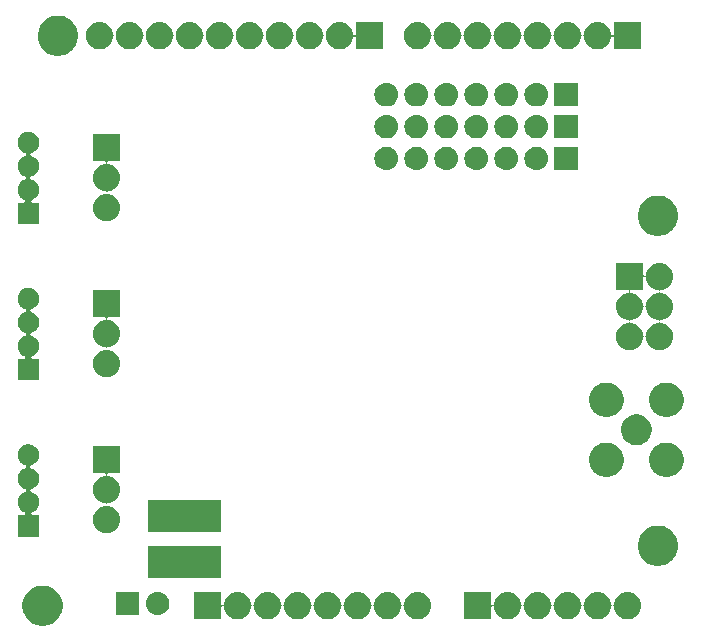
<source format=gbs>
G04 #@! TF.GenerationSoftware,KiCad,Pcbnew,5.0.1-33cea8e~68~ubuntu16.04.1*
G04 #@! TF.CreationDate,2018-11-26T08:07:25+01:00*
G04 #@! TF.ProjectId,wize-shield,77697A652D736869656C642E6B696361,RevA*
G04 #@! TF.SameCoordinates,Original*
G04 #@! TF.FileFunction,Soldermask,Bot*
G04 #@! TF.FilePolarity,Negative*
%FSLAX46Y46*%
G04 Gerber Fmt 4.6, Leading zero omitted, Abs format (unit mm)*
G04 Created by KiCad (PCBNEW 5.0.1-33cea8e~68~ubuntu16.04.1) date Mon 26 Nov 2018 08:07:25 AM CET*
%MOMM*%
%LPD*%
G01*
G04 APERTURE LIST*
%ADD10C,0.150000*%
G04 APERTURE END LIST*
D10*
G36*
X110876393Y-115193553D02*
X110985872Y-115215330D01*
X111295252Y-115343479D01*
X111573687Y-115529523D01*
X111810477Y-115766313D01*
X111996521Y-116044748D01*
X112124670Y-116354128D01*
X112124670Y-116354129D01*
X112190000Y-116682563D01*
X112190000Y-117017437D01*
X112150054Y-117218258D01*
X112124670Y-117345872D01*
X111996521Y-117655252D01*
X111810477Y-117933687D01*
X111573687Y-118170477D01*
X111295252Y-118356521D01*
X110985872Y-118484670D01*
X110876393Y-118506447D01*
X110657437Y-118550000D01*
X110322563Y-118550000D01*
X110103607Y-118506447D01*
X109994128Y-118484670D01*
X109684748Y-118356521D01*
X109406313Y-118170477D01*
X109169523Y-117933687D01*
X108983479Y-117655252D01*
X108855330Y-117345872D01*
X108829946Y-117218258D01*
X108790000Y-117017437D01*
X108790000Y-116682563D01*
X108855330Y-116354129D01*
X108855330Y-116354128D01*
X108983479Y-116044748D01*
X109169523Y-115766313D01*
X109406313Y-115529523D01*
X109684748Y-115343479D01*
X109994128Y-115215330D01*
X110103607Y-115193553D01*
X110322563Y-115150000D01*
X110657437Y-115150000D01*
X110876393Y-115193553D01*
X110876393Y-115193553D01*
G37*
G36*
X125610000Y-116675831D02*
X125612402Y-116700217D01*
X125619515Y-116723666D01*
X125631066Y-116745277D01*
X125646612Y-116764219D01*
X125665554Y-116779765D01*
X125687165Y-116791316D01*
X125710614Y-116798429D01*
X125735000Y-116800831D01*
X125759386Y-116798429D01*
X125782835Y-116791316D01*
X125804446Y-116779765D01*
X125823388Y-116764219D01*
X125838934Y-116745277D01*
X125850485Y-116723666D01*
X125857598Y-116700217D01*
X125859398Y-116688083D01*
X125866639Y-116614564D01*
X125912321Y-116463970D01*
X125932398Y-116397785D01*
X126039184Y-116198003D01*
X126182893Y-116022893D01*
X126358003Y-115879184D01*
X126557785Y-115772398D01*
X126774561Y-115706640D01*
X126774564Y-115706639D01*
X126943504Y-115690000D01*
X127056496Y-115690000D01*
X127225436Y-115706639D01*
X127225439Y-115706640D01*
X127442215Y-115772398D01*
X127641997Y-115879184D01*
X127817107Y-116022893D01*
X127960816Y-116198003D01*
X128067602Y-116397785D01*
X128087679Y-116463970D01*
X128133361Y-116614564D01*
X128145602Y-116738850D01*
X128150382Y-116762883D01*
X128159760Y-116785522D01*
X128173374Y-116805897D01*
X128190701Y-116823224D01*
X128211075Y-116836838D01*
X128218709Y-116840000D01*
X128211076Y-116843162D01*
X128190701Y-116856776D01*
X128173374Y-116874103D01*
X128159760Y-116894477D01*
X128150383Y-116917116D01*
X128145602Y-116941150D01*
X128133361Y-117065436D01*
X128133360Y-117065439D01*
X128067602Y-117282215D01*
X127960816Y-117481997D01*
X127817107Y-117657107D01*
X127641997Y-117800816D01*
X127442215Y-117907602D01*
X127356217Y-117933689D01*
X127225436Y-117973361D01*
X127056496Y-117990000D01*
X126943504Y-117990000D01*
X126774564Y-117973361D01*
X126643783Y-117933689D01*
X126557785Y-117907602D01*
X126358003Y-117800816D01*
X126182893Y-117657107D01*
X126039184Y-117481997D01*
X125932398Y-117282215D01*
X125866640Y-117065439D01*
X125866639Y-117065436D01*
X125859398Y-116991917D01*
X125854618Y-116967884D01*
X125845240Y-116945245D01*
X125831626Y-116924870D01*
X125814299Y-116907543D01*
X125793925Y-116893929D01*
X125771286Y-116884551D01*
X125747252Y-116879771D01*
X125722748Y-116879771D01*
X125698715Y-116884551D01*
X125676076Y-116893929D01*
X125655701Y-116907543D01*
X125638374Y-116924870D01*
X125624760Y-116945244D01*
X125615382Y-116967883D01*
X125610602Y-116991917D01*
X125610000Y-117004169D01*
X125610000Y-117990000D01*
X123310000Y-117990000D01*
X123310000Y-115690000D01*
X125610000Y-115690000D01*
X125610000Y-116675831D01*
X125610000Y-116675831D01*
G37*
G36*
X129765436Y-115706639D02*
X129765439Y-115706640D01*
X129982215Y-115772398D01*
X130181997Y-115879184D01*
X130357107Y-116022893D01*
X130500816Y-116198003D01*
X130607602Y-116397785D01*
X130627679Y-116463970D01*
X130673361Y-116614564D01*
X130685602Y-116738850D01*
X130690382Y-116762883D01*
X130699760Y-116785522D01*
X130713374Y-116805897D01*
X130730701Y-116823224D01*
X130751075Y-116836838D01*
X130758709Y-116840000D01*
X130751076Y-116843162D01*
X130730701Y-116856776D01*
X130713374Y-116874103D01*
X130699760Y-116894477D01*
X130690383Y-116917116D01*
X130685602Y-116941150D01*
X130673361Y-117065436D01*
X130673360Y-117065439D01*
X130607602Y-117282215D01*
X130500816Y-117481997D01*
X130357107Y-117657107D01*
X130181997Y-117800816D01*
X129982215Y-117907602D01*
X129896217Y-117933689D01*
X129765436Y-117973361D01*
X129596496Y-117990000D01*
X129483504Y-117990000D01*
X129314564Y-117973361D01*
X129183783Y-117933689D01*
X129097785Y-117907602D01*
X128898003Y-117800816D01*
X128722893Y-117657107D01*
X128579184Y-117481997D01*
X128472398Y-117282215D01*
X128406640Y-117065439D01*
X128406639Y-117065436D01*
X128394398Y-116941150D01*
X128389618Y-116917117D01*
X128380240Y-116894478D01*
X128366626Y-116874103D01*
X128349299Y-116856776D01*
X128328925Y-116843162D01*
X128321291Y-116840000D01*
X128328924Y-116836838D01*
X128349299Y-116823224D01*
X128366626Y-116805897D01*
X128380240Y-116785523D01*
X128389617Y-116762884D01*
X128394398Y-116738850D01*
X128406639Y-116614564D01*
X128452321Y-116463970D01*
X128472398Y-116397785D01*
X128579184Y-116198003D01*
X128722893Y-116022893D01*
X128898003Y-115879184D01*
X129097785Y-115772398D01*
X129314561Y-115706640D01*
X129314564Y-115706639D01*
X129483504Y-115690000D01*
X129596496Y-115690000D01*
X129765436Y-115706639D01*
X129765436Y-115706639D01*
G37*
G36*
X132305436Y-115706639D02*
X132305439Y-115706640D01*
X132522215Y-115772398D01*
X132721997Y-115879184D01*
X132897107Y-116022893D01*
X133040816Y-116198003D01*
X133147602Y-116397785D01*
X133167679Y-116463970D01*
X133213361Y-116614564D01*
X133225602Y-116738850D01*
X133230382Y-116762883D01*
X133239760Y-116785522D01*
X133253374Y-116805897D01*
X133270701Y-116823224D01*
X133291075Y-116836838D01*
X133298709Y-116840000D01*
X133291076Y-116843162D01*
X133270701Y-116856776D01*
X133253374Y-116874103D01*
X133239760Y-116894477D01*
X133230383Y-116917116D01*
X133225602Y-116941150D01*
X133213361Y-117065436D01*
X133213360Y-117065439D01*
X133147602Y-117282215D01*
X133040816Y-117481997D01*
X132897107Y-117657107D01*
X132721997Y-117800816D01*
X132522215Y-117907602D01*
X132436217Y-117933689D01*
X132305436Y-117973361D01*
X132136496Y-117990000D01*
X132023504Y-117990000D01*
X131854564Y-117973361D01*
X131723783Y-117933689D01*
X131637785Y-117907602D01*
X131438003Y-117800816D01*
X131262893Y-117657107D01*
X131119184Y-117481997D01*
X131012398Y-117282215D01*
X130946640Y-117065439D01*
X130946639Y-117065436D01*
X130934398Y-116941150D01*
X130929618Y-116917117D01*
X130920240Y-116894478D01*
X130906626Y-116874103D01*
X130889299Y-116856776D01*
X130868925Y-116843162D01*
X130861291Y-116840000D01*
X130868924Y-116836838D01*
X130889299Y-116823224D01*
X130906626Y-116805897D01*
X130920240Y-116785523D01*
X130929617Y-116762884D01*
X130934398Y-116738850D01*
X130946639Y-116614564D01*
X130992321Y-116463970D01*
X131012398Y-116397785D01*
X131119184Y-116198003D01*
X131262893Y-116022893D01*
X131438003Y-115879184D01*
X131637785Y-115772398D01*
X131854561Y-115706640D01*
X131854564Y-115706639D01*
X132023504Y-115690000D01*
X132136496Y-115690000D01*
X132305436Y-115706639D01*
X132305436Y-115706639D01*
G37*
G36*
X134845436Y-115706639D02*
X134845439Y-115706640D01*
X135062215Y-115772398D01*
X135261997Y-115879184D01*
X135437107Y-116022893D01*
X135580816Y-116198003D01*
X135687602Y-116397785D01*
X135707679Y-116463970D01*
X135753361Y-116614564D01*
X135765602Y-116738850D01*
X135770382Y-116762883D01*
X135779760Y-116785522D01*
X135793374Y-116805897D01*
X135810701Y-116823224D01*
X135831075Y-116836838D01*
X135838709Y-116840000D01*
X135831076Y-116843162D01*
X135810701Y-116856776D01*
X135793374Y-116874103D01*
X135779760Y-116894477D01*
X135770383Y-116917116D01*
X135765602Y-116941150D01*
X135753361Y-117065436D01*
X135753360Y-117065439D01*
X135687602Y-117282215D01*
X135580816Y-117481997D01*
X135437107Y-117657107D01*
X135261997Y-117800816D01*
X135062215Y-117907602D01*
X134976217Y-117933689D01*
X134845436Y-117973361D01*
X134676496Y-117990000D01*
X134563504Y-117990000D01*
X134394564Y-117973361D01*
X134263783Y-117933689D01*
X134177785Y-117907602D01*
X133978003Y-117800816D01*
X133802893Y-117657107D01*
X133659184Y-117481997D01*
X133552398Y-117282215D01*
X133486640Y-117065439D01*
X133486639Y-117065436D01*
X133474398Y-116941150D01*
X133469618Y-116917117D01*
X133460240Y-116894478D01*
X133446626Y-116874103D01*
X133429299Y-116856776D01*
X133408925Y-116843162D01*
X133401291Y-116840000D01*
X133408924Y-116836838D01*
X133429299Y-116823224D01*
X133446626Y-116805897D01*
X133460240Y-116785523D01*
X133469617Y-116762884D01*
X133474398Y-116738850D01*
X133486639Y-116614564D01*
X133532321Y-116463970D01*
X133552398Y-116397785D01*
X133659184Y-116198003D01*
X133802893Y-116022893D01*
X133978003Y-115879184D01*
X134177785Y-115772398D01*
X134394561Y-115706640D01*
X134394564Y-115706639D01*
X134563504Y-115690000D01*
X134676496Y-115690000D01*
X134845436Y-115706639D01*
X134845436Y-115706639D01*
G37*
G36*
X137385436Y-115706639D02*
X137385439Y-115706640D01*
X137602215Y-115772398D01*
X137801997Y-115879184D01*
X137977107Y-116022893D01*
X138120816Y-116198003D01*
X138227602Y-116397785D01*
X138247679Y-116463970D01*
X138293361Y-116614564D01*
X138305602Y-116738850D01*
X138310382Y-116762883D01*
X138319760Y-116785522D01*
X138333374Y-116805897D01*
X138350701Y-116823224D01*
X138371075Y-116836838D01*
X138378709Y-116840000D01*
X138371076Y-116843162D01*
X138350701Y-116856776D01*
X138333374Y-116874103D01*
X138319760Y-116894477D01*
X138310383Y-116917116D01*
X138305602Y-116941150D01*
X138293361Y-117065436D01*
X138293360Y-117065439D01*
X138227602Y-117282215D01*
X138120816Y-117481997D01*
X137977107Y-117657107D01*
X137801997Y-117800816D01*
X137602215Y-117907602D01*
X137516217Y-117933689D01*
X137385436Y-117973361D01*
X137216496Y-117990000D01*
X137103504Y-117990000D01*
X136934564Y-117973361D01*
X136803783Y-117933689D01*
X136717785Y-117907602D01*
X136518003Y-117800816D01*
X136342893Y-117657107D01*
X136199184Y-117481997D01*
X136092398Y-117282215D01*
X136026640Y-117065439D01*
X136026639Y-117065436D01*
X136014398Y-116941150D01*
X136009618Y-116917117D01*
X136000240Y-116894478D01*
X135986626Y-116874103D01*
X135969299Y-116856776D01*
X135948925Y-116843162D01*
X135941291Y-116840000D01*
X135948924Y-116836838D01*
X135969299Y-116823224D01*
X135986626Y-116805897D01*
X136000240Y-116785523D01*
X136009617Y-116762884D01*
X136014398Y-116738850D01*
X136026639Y-116614564D01*
X136072321Y-116463970D01*
X136092398Y-116397785D01*
X136199184Y-116198003D01*
X136342893Y-116022893D01*
X136518003Y-115879184D01*
X136717785Y-115772398D01*
X136934561Y-115706640D01*
X136934564Y-115706639D01*
X137103504Y-115690000D01*
X137216496Y-115690000D01*
X137385436Y-115706639D01*
X137385436Y-115706639D01*
G37*
G36*
X139925436Y-115706639D02*
X139925439Y-115706640D01*
X140142215Y-115772398D01*
X140341997Y-115879184D01*
X140517107Y-116022893D01*
X140660816Y-116198003D01*
X140767602Y-116397785D01*
X140787679Y-116463970D01*
X140833361Y-116614564D01*
X140845602Y-116738850D01*
X140850382Y-116762883D01*
X140859760Y-116785522D01*
X140873374Y-116805897D01*
X140890701Y-116823224D01*
X140911075Y-116836838D01*
X140918709Y-116840000D01*
X140911076Y-116843162D01*
X140890701Y-116856776D01*
X140873374Y-116874103D01*
X140859760Y-116894477D01*
X140850383Y-116917116D01*
X140845602Y-116941150D01*
X140833361Y-117065436D01*
X140833360Y-117065439D01*
X140767602Y-117282215D01*
X140660816Y-117481997D01*
X140517107Y-117657107D01*
X140341997Y-117800816D01*
X140142215Y-117907602D01*
X140056217Y-117933689D01*
X139925436Y-117973361D01*
X139756496Y-117990000D01*
X139643504Y-117990000D01*
X139474564Y-117973361D01*
X139343783Y-117933689D01*
X139257785Y-117907602D01*
X139058003Y-117800816D01*
X138882893Y-117657107D01*
X138739184Y-117481997D01*
X138632398Y-117282215D01*
X138566640Y-117065439D01*
X138566639Y-117065436D01*
X138554398Y-116941150D01*
X138549618Y-116917117D01*
X138540240Y-116894478D01*
X138526626Y-116874103D01*
X138509299Y-116856776D01*
X138488925Y-116843162D01*
X138481291Y-116840000D01*
X138488924Y-116836838D01*
X138509299Y-116823224D01*
X138526626Y-116805897D01*
X138540240Y-116785523D01*
X138549617Y-116762884D01*
X138554398Y-116738850D01*
X138566639Y-116614564D01*
X138612321Y-116463970D01*
X138632398Y-116397785D01*
X138739184Y-116198003D01*
X138882893Y-116022893D01*
X139058003Y-115879184D01*
X139257785Y-115772398D01*
X139474561Y-115706640D01*
X139474564Y-115706639D01*
X139643504Y-115690000D01*
X139756496Y-115690000D01*
X139925436Y-115706639D01*
X139925436Y-115706639D01*
G37*
G36*
X142465436Y-115706639D02*
X142465439Y-115706640D01*
X142682215Y-115772398D01*
X142881997Y-115879184D01*
X143057107Y-116022893D01*
X143200816Y-116198003D01*
X143307602Y-116397785D01*
X143327679Y-116463970D01*
X143373361Y-116614564D01*
X143395564Y-116840000D01*
X143373361Y-117065436D01*
X143373360Y-117065439D01*
X143307602Y-117282215D01*
X143200816Y-117481997D01*
X143057107Y-117657107D01*
X142881997Y-117800816D01*
X142682215Y-117907602D01*
X142596217Y-117933689D01*
X142465436Y-117973361D01*
X142296496Y-117990000D01*
X142183504Y-117990000D01*
X142014564Y-117973361D01*
X141883783Y-117933689D01*
X141797785Y-117907602D01*
X141598003Y-117800816D01*
X141422893Y-117657107D01*
X141279184Y-117481997D01*
X141172398Y-117282215D01*
X141106640Y-117065439D01*
X141106639Y-117065436D01*
X141094398Y-116941150D01*
X141089618Y-116917117D01*
X141080240Y-116894478D01*
X141066626Y-116874103D01*
X141049299Y-116856776D01*
X141028925Y-116843162D01*
X141021291Y-116840000D01*
X141028924Y-116836838D01*
X141049299Y-116823224D01*
X141066626Y-116805897D01*
X141080240Y-116785523D01*
X141089617Y-116762884D01*
X141094398Y-116738850D01*
X141106639Y-116614564D01*
X141152321Y-116463970D01*
X141172398Y-116397785D01*
X141279184Y-116198003D01*
X141422893Y-116022893D01*
X141598003Y-115879184D01*
X141797785Y-115772398D01*
X142014561Y-115706640D01*
X142014564Y-115706639D01*
X142183504Y-115690000D01*
X142296496Y-115690000D01*
X142465436Y-115706639D01*
X142465436Y-115706639D01*
G37*
G36*
X148470000Y-116675831D02*
X148472402Y-116700217D01*
X148479515Y-116723666D01*
X148491066Y-116745277D01*
X148506612Y-116764219D01*
X148525554Y-116779765D01*
X148547165Y-116791316D01*
X148570614Y-116798429D01*
X148595000Y-116800831D01*
X148619386Y-116798429D01*
X148642835Y-116791316D01*
X148664446Y-116779765D01*
X148683388Y-116764219D01*
X148698934Y-116745277D01*
X148710485Y-116723666D01*
X148717598Y-116700217D01*
X148719398Y-116688083D01*
X148726639Y-116614564D01*
X148772321Y-116463970D01*
X148792398Y-116397785D01*
X148899184Y-116198003D01*
X149042893Y-116022893D01*
X149218003Y-115879184D01*
X149417785Y-115772398D01*
X149634561Y-115706640D01*
X149634564Y-115706639D01*
X149803504Y-115690000D01*
X149916496Y-115690000D01*
X150085436Y-115706639D01*
X150085439Y-115706640D01*
X150302215Y-115772398D01*
X150501997Y-115879184D01*
X150677107Y-116022893D01*
X150820816Y-116198003D01*
X150927602Y-116397785D01*
X150947679Y-116463970D01*
X150993361Y-116614564D01*
X151005602Y-116738850D01*
X151010382Y-116762883D01*
X151019760Y-116785522D01*
X151033374Y-116805897D01*
X151050701Y-116823224D01*
X151071075Y-116836838D01*
X151078709Y-116840000D01*
X151071076Y-116843162D01*
X151050701Y-116856776D01*
X151033374Y-116874103D01*
X151019760Y-116894477D01*
X151010383Y-116917116D01*
X151005602Y-116941150D01*
X150993361Y-117065436D01*
X150993360Y-117065439D01*
X150927602Y-117282215D01*
X150820816Y-117481997D01*
X150677107Y-117657107D01*
X150501997Y-117800816D01*
X150302215Y-117907602D01*
X150216217Y-117933689D01*
X150085436Y-117973361D01*
X149916496Y-117990000D01*
X149803504Y-117990000D01*
X149634564Y-117973361D01*
X149503783Y-117933689D01*
X149417785Y-117907602D01*
X149218003Y-117800816D01*
X149042893Y-117657107D01*
X148899184Y-117481997D01*
X148792398Y-117282215D01*
X148726640Y-117065439D01*
X148726639Y-117065436D01*
X148719398Y-116991917D01*
X148714618Y-116967884D01*
X148705240Y-116945245D01*
X148691626Y-116924870D01*
X148674299Y-116907543D01*
X148653925Y-116893929D01*
X148631286Y-116884551D01*
X148607252Y-116879771D01*
X148582748Y-116879771D01*
X148558715Y-116884551D01*
X148536076Y-116893929D01*
X148515701Y-116907543D01*
X148498374Y-116924870D01*
X148484760Y-116945244D01*
X148475382Y-116967883D01*
X148470602Y-116991917D01*
X148470000Y-117004169D01*
X148470000Y-117990000D01*
X146170000Y-117990000D01*
X146170000Y-115690000D01*
X148470000Y-115690000D01*
X148470000Y-116675831D01*
X148470000Y-116675831D01*
G37*
G36*
X152625436Y-115706639D02*
X152625439Y-115706640D01*
X152842215Y-115772398D01*
X153041997Y-115879184D01*
X153217107Y-116022893D01*
X153360816Y-116198003D01*
X153467602Y-116397785D01*
X153487679Y-116463970D01*
X153533361Y-116614564D01*
X153545602Y-116738850D01*
X153550382Y-116762883D01*
X153559760Y-116785522D01*
X153573374Y-116805897D01*
X153590701Y-116823224D01*
X153611075Y-116836838D01*
X153618709Y-116840000D01*
X153611076Y-116843162D01*
X153590701Y-116856776D01*
X153573374Y-116874103D01*
X153559760Y-116894477D01*
X153550383Y-116917116D01*
X153545602Y-116941150D01*
X153533361Y-117065436D01*
X153533360Y-117065439D01*
X153467602Y-117282215D01*
X153360816Y-117481997D01*
X153217107Y-117657107D01*
X153041997Y-117800816D01*
X152842215Y-117907602D01*
X152756217Y-117933689D01*
X152625436Y-117973361D01*
X152456496Y-117990000D01*
X152343504Y-117990000D01*
X152174564Y-117973361D01*
X152043783Y-117933689D01*
X151957785Y-117907602D01*
X151758003Y-117800816D01*
X151582893Y-117657107D01*
X151439184Y-117481997D01*
X151332398Y-117282215D01*
X151266640Y-117065439D01*
X151266639Y-117065436D01*
X151254398Y-116941150D01*
X151249618Y-116917117D01*
X151240240Y-116894478D01*
X151226626Y-116874103D01*
X151209299Y-116856776D01*
X151188925Y-116843162D01*
X151181291Y-116840000D01*
X151188924Y-116836838D01*
X151209299Y-116823224D01*
X151226626Y-116805897D01*
X151240240Y-116785523D01*
X151249617Y-116762884D01*
X151254398Y-116738850D01*
X151266639Y-116614564D01*
X151312321Y-116463970D01*
X151332398Y-116397785D01*
X151439184Y-116198003D01*
X151582893Y-116022893D01*
X151758003Y-115879184D01*
X151957785Y-115772398D01*
X152174561Y-115706640D01*
X152174564Y-115706639D01*
X152343504Y-115690000D01*
X152456496Y-115690000D01*
X152625436Y-115706639D01*
X152625436Y-115706639D01*
G37*
G36*
X155165436Y-115706639D02*
X155165439Y-115706640D01*
X155382215Y-115772398D01*
X155581997Y-115879184D01*
X155757107Y-116022893D01*
X155900816Y-116198003D01*
X156007602Y-116397785D01*
X156027679Y-116463970D01*
X156073361Y-116614564D01*
X156085602Y-116738850D01*
X156090382Y-116762883D01*
X156099760Y-116785522D01*
X156113374Y-116805897D01*
X156130701Y-116823224D01*
X156151075Y-116836838D01*
X156158709Y-116840000D01*
X156151076Y-116843162D01*
X156130701Y-116856776D01*
X156113374Y-116874103D01*
X156099760Y-116894477D01*
X156090383Y-116917116D01*
X156085602Y-116941150D01*
X156073361Y-117065436D01*
X156073360Y-117065439D01*
X156007602Y-117282215D01*
X155900816Y-117481997D01*
X155757107Y-117657107D01*
X155581997Y-117800816D01*
X155382215Y-117907602D01*
X155296217Y-117933689D01*
X155165436Y-117973361D01*
X154996496Y-117990000D01*
X154883504Y-117990000D01*
X154714564Y-117973361D01*
X154583783Y-117933689D01*
X154497785Y-117907602D01*
X154298003Y-117800816D01*
X154122893Y-117657107D01*
X153979184Y-117481997D01*
X153872398Y-117282215D01*
X153806640Y-117065439D01*
X153806639Y-117065436D01*
X153794398Y-116941150D01*
X153789618Y-116917117D01*
X153780240Y-116894478D01*
X153766626Y-116874103D01*
X153749299Y-116856776D01*
X153728925Y-116843162D01*
X153721291Y-116840000D01*
X153728924Y-116836838D01*
X153749299Y-116823224D01*
X153766626Y-116805897D01*
X153780240Y-116785523D01*
X153789617Y-116762884D01*
X153794398Y-116738850D01*
X153806639Y-116614564D01*
X153852321Y-116463970D01*
X153872398Y-116397785D01*
X153979184Y-116198003D01*
X154122893Y-116022893D01*
X154298003Y-115879184D01*
X154497785Y-115772398D01*
X154714561Y-115706640D01*
X154714564Y-115706639D01*
X154883504Y-115690000D01*
X154996496Y-115690000D01*
X155165436Y-115706639D01*
X155165436Y-115706639D01*
G37*
G36*
X157705436Y-115706639D02*
X157705439Y-115706640D01*
X157922215Y-115772398D01*
X158121997Y-115879184D01*
X158297107Y-116022893D01*
X158440816Y-116198003D01*
X158547602Y-116397785D01*
X158567679Y-116463970D01*
X158613361Y-116614564D01*
X158625602Y-116738850D01*
X158630382Y-116762883D01*
X158639760Y-116785522D01*
X158653374Y-116805897D01*
X158670701Y-116823224D01*
X158691075Y-116836838D01*
X158698709Y-116840000D01*
X158691076Y-116843162D01*
X158670701Y-116856776D01*
X158653374Y-116874103D01*
X158639760Y-116894477D01*
X158630383Y-116917116D01*
X158625602Y-116941150D01*
X158613361Y-117065436D01*
X158613360Y-117065439D01*
X158547602Y-117282215D01*
X158440816Y-117481997D01*
X158297107Y-117657107D01*
X158121997Y-117800816D01*
X157922215Y-117907602D01*
X157836217Y-117933689D01*
X157705436Y-117973361D01*
X157536496Y-117990000D01*
X157423504Y-117990000D01*
X157254564Y-117973361D01*
X157123783Y-117933689D01*
X157037785Y-117907602D01*
X156838003Y-117800816D01*
X156662893Y-117657107D01*
X156519184Y-117481997D01*
X156412398Y-117282215D01*
X156346640Y-117065439D01*
X156346639Y-117065436D01*
X156334398Y-116941150D01*
X156329618Y-116917117D01*
X156320240Y-116894478D01*
X156306626Y-116874103D01*
X156289299Y-116856776D01*
X156268925Y-116843162D01*
X156261291Y-116840000D01*
X156268924Y-116836838D01*
X156289299Y-116823224D01*
X156306626Y-116805897D01*
X156320240Y-116785523D01*
X156329617Y-116762884D01*
X156334398Y-116738850D01*
X156346639Y-116614564D01*
X156392321Y-116463970D01*
X156412398Y-116397785D01*
X156519184Y-116198003D01*
X156662893Y-116022893D01*
X156838003Y-115879184D01*
X157037785Y-115772398D01*
X157254561Y-115706640D01*
X157254564Y-115706639D01*
X157423504Y-115690000D01*
X157536496Y-115690000D01*
X157705436Y-115706639D01*
X157705436Y-115706639D01*
G37*
G36*
X160245436Y-115706639D02*
X160245439Y-115706640D01*
X160462215Y-115772398D01*
X160661997Y-115879184D01*
X160837107Y-116022893D01*
X160980816Y-116198003D01*
X161087602Y-116397785D01*
X161107679Y-116463970D01*
X161153361Y-116614564D01*
X161175564Y-116840000D01*
X161153361Y-117065436D01*
X161153360Y-117065439D01*
X161087602Y-117282215D01*
X160980816Y-117481997D01*
X160837107Y-117657107D01*
X160661997Y-117800816D01*
X160462215Y-117907602D01*
X160376217Y-117933689D01*
X160245436Y-117973361D01*
X160076496Y-117990000D01*
X159963504Y-117990000D01*
X159794564Y-117973361D01*
X159663783Y-117933689D01*
X159577785Y-117907602D01*
X159378003Y-117800816D01*
X159202893Y-117657107D01*
X159059184Y-117481997D01*
X158952398Y-117282215D01*
X158886640Y-117065439D01*
X158886639Y-117065436D01*
X158874398Y-116941150D01*
X158869618Y-116917117D01*
X158860240Y-116894478D01*
X158846626Y-116874103D01*
X158829299Y-116856776D01*
X158808925Y-116843162D01*
X158801291Y-116840000D01*
X158808924Y-116836838D01*
X158829299Y-116823224D01*
X158846626Y-116805897D01*
X158860240Y-116785523D01*
X158869617Y-116762884D01*
X158874398Y-116738850D01*
X158886639Y-116614564D01*
X158932321Y-116463970D01*
X158952398Y-116397785D01*
X159059184Y-116198003D01*
X159202893Y-116022893D01*
X159378003Y-115879184D01*
X159577785Y-115772398D01*
X159794561Y-115706640D01*
X159794564Y-115706639D01*
X159963504Y-115690000D01*
X160076496Y-115690000D01*
X160245436Y-115706639D01*
X160245436Y-115706639D01*
G37*
G36*
X118690000Y-117660000D02*
X116690000Y-117660000D01*
X116690000Y-115660000D01*
X118690000Y-115660000D01*
X118690000Y-117660000D01*
X118690000Y-117660000D01*
G37*
G36*
X120426030Y-115674469D02*
X120426033Y-115674470D01*
X120426034Y-115674470D01*
X120614535Y-115731651D01*
X120614537Y-115731652D01*
X120788260Y-115824509D01*
X120940528Y-115949472D01*
X121065491Y-116101740D01*
X121065492Y-116101742D01*
X121158349Y-116275465D01*
X121195454Y-116397785D01*
X121215531Y-116463970D01*
X121234838Y-116660000D01*
X121215531Y-116856030D01*
X121215530Y-116856033D01*
X121215530Y-116856034D01*
X121166570Y-117017435D01*
X121158348Y-117044537D01*
X121065491Y-117218260D01*
X120940528Y-117370528D01*
X120788260Y-117495491D01*
X120788258Y-117495492D01*
X120614535Y-117588349D01*
X120426034Y-117645530D01*
X120426033Y-117645530D01*
X120426030Y-117645531D01*
X120279124Y-117660000D01*
X120180876Y-117660000D01*
X120033970Y-117645531D01*
X120033967Y-117645530D01*
X120033966Y-117645530D01*
X119845465Y-117588349D01*
X119671742Y-117495492D01*
X119671740Y-117495491D01*
X119519472Y-117370528D01*
X119394509Y-117218260D01*
X119301652Y-117044537D01*
X119293431Y-117017435D01*
X119244470Y-116856034D01*
X119244470Y-116856033D01*
X119244469Y-116856030D01*
X119225162Y-116660000D01*
X119244469Y-116463970D01*
X119264546Y-116397785D01*
X119301651Y-116275465D01*
X119394508Y-116101742D01*
X119394509Y-116101740D01*
X119519472Y-115949472D01*
X119671740Y-115824509D01*
X119845463Y-115731652D01*
X119845465Y-115731651D01*
X120033966Y-115674470D01*
X120033967Y-115674470D01*
X120033970Y-115674469D01*
X120180876Y-115660000D01*
X120279124Y-115660000D01*
X120426030Y-115674469D01*
X120426030Y-115674469D01*
G37*
G36*
X125580000Y-114480000D02*
X119460000Y-114480000D01*
X119460000Y-111780000D01*
X125580000Y-111780000D01*
X125580000Y-114480000D01*
X125580000Y-114480000D01*
G37*
G36*
X162976393Y-110113553D02*
X163085872Y-110135330D01*
X163395252Y-110263479D01*
X163673687Y-110449523D01*
X163910477Y-110686313D01*
X164096521Y-110964748D01*
X164224670Y-111274128D01*
X164290000Y-111602565D01*
X164290000Y-111937435D01*
X164224670Y-112265872D01*
X164096521Y-112575252D01*
X163910477Y-112853687D01*
X163673687Y-113090477D01*
X163395252Y-113276521D01*
X163085872Y-113404670D01*
X162976393Y-113426447D01*
X162757437Y-113470000D01*
X162422563Y-113470000D01*
X162203607Y-113426447D01*
X162094128Y-113404670D01*
X161784748Y-113276521D01*
X161506313Y-113090477D01*
X161269523Y-112853687D01*
X161083479Y-112575252D01*
X160955330Y-112265872D01*
X160890000Y-111937435D01*
X160890000Y-111602565D01*
X160955330Y-111274128D01*
X161083479Y-110964748D01*
X161269523Y-110686313D01*
X161506313Y-110449523D01*
X161784748Y-110263479D01*
X162094128Y-110135330D01*
X162203607Y-110113553D01*
X162422563Y-110070000D01*
X162757437Y-110070000D01*
X162976393Y-110113553D01*
X162976393Y-110113553D01*
G37*
G36*
X109556021Y-103203047D02*
X109721993Y-103271795D01*
X109871369Y-103371605D01*
X109998395Y-103498631D01*
X110098205Y-103648007D01*
X110166953Y-103813979D01*
X110202000Y-103990174D01*
X110202000Y-104169826D01*
X110166953Y-104346021D01*
X110098205Y-104511993D01*
X109998395Y-104661369D01*
X109871369Y-104788395D01*
X109721993Y-104888205D01*
X109662260Y-104912947D01*
X109556021Y-104956953D01*
X109553762Y-104957402D01*
X109530314Y-104964515D01*
X109508703Y-104976066D01*
X109489761Y-104991612D01*
X109474215Y-105010554D01*
X109462664Y-105032164D01*
X109455551Y-105055614D01*
X109453149Y-105080000D01*
X109455551Y-105104386D01*
X109462664Y-105127835D01*
X109474215Y-105149446D01*
X109489761Y-105168388D01*
X109508703Y-105183934D01*
X109530313Y-105195485D01*
X109553762Y-105202598D01*
X109556021Y-105203047D01*
X109624769Y-105231524D01*
X109721993Y-105271795D01*
X109871369Y-105371605D01*
X109998395Y-105498631D01*
X110098205Y-105648007D01*
X110166953Y-105813979D01*
X110202000Y-105990174D01*
X110202000Y-106169826D01*
X110166953Y-106346021D01*
X110098205Y-106511993D01*
X109998395Y-106661369D01*
X109871369Y-106788395D01*
X109721993Y-106888205D01*
X109624769Y-106928476D01*
X109556021Y-106956953D01*
X109553762Y-106957402D01*
X109530314Y-106964515D01*
X109508703Y-106976066D01*
X109489761Y-106991612D01*
X109474215Y-107010554D01*
X109462664Y-107032164D01*
X109455551Y-107055614D01*
X109453149Y-107080000D01*
X109455551Y-107104386D01*
X109462664Y-107127835D01*
X109474215Y-107149446D01*
X109489761Y-107168388D01*
X109508703Y-107183934D01*
X109530313Y-107195485D01*
X109553762Y-107202598D01*
X109556021Y-107203047D01*
X109624769Y-107231524D01*
X109721993Y-107271795D01*
X109871369Y-107371605D01*
X109998395Y-107498631D01*
X110098205Y-107648007D01*
X110166953Y-107813979D01*
X110202000Y-107990174D01*
X110202000Y-108169826D01*
X110166953Y-108346021D01*
X110098205Y-108511993D01*
X109998395Y-108661369D01*
X109871369Y-108788395D01*
X109721993Y-108888205D01*
X109627090Y-108927515D01*
X109605479Y-108939066D01*
X109586537Y-108954612D01*
X109570991Y-108973554D01*
X109559440Y-108995164D01*
X109552327Y-109018614D01*
X109549925Y-109043000D01*
X109552327Y-109067386D01*
X109559440Y-109090835D01*
X109570991Y-109112446D01*
X109586537Y-109131388D01*
X109605479Y-109146934D01*
X109627089Y-109158485D01*
X109650539Y-109165598D01*
X109674925Y-109168000D01*
X110202000Y-109168000D01*
X110202000Y-110992000D01*
X108378000Y-110992000D01*
X108378000Y-109168000D01*
X108905075Y-109168000D01*
X108929461Y-109165598D01*
X108952910Y-109158485D01*
X108974521Y-109146934D01*
X108993463Y-109131388D01*
X109009009Y-109112446D01*
X109020560Y-109090835D01*
X109027673Y-109067386D01*
X109030075Y-109043000D01*
X109027673Y-109018614D01*
X109020560Y-108995165D01*
X109009009Y-108973554D01*
X108993463Y-108954612D01*
X108974521Y-108939066D01*
X108952910Y-108927515D01*
X108858007Y-108888205D01*
X108708631Y-108788395D01*
X108581605Y-108661369D01*
X108481795Y-108511993D01*
X108413047Y-108346021D01*
X108378000Y-108169826D01*
X108378000Y-107990174D01*
X108413047Y-107813979D01*
X108481795Y-107648007D01*
X108581605Y-107498631D01*
X108708631Y-107371605D01*
X108858007Y-107271795D01*
X108955231Y-107231524D01*
X109023979Y-107203047D01*
X109026238Y-107202598D01*
X109049686Y-107195485D01*
X109071297Y-107183934D01*
X109090239Y-107168388D01*
X109105785Y-107149446D01*
X109117336Y-107127836D01*
X109124449Y-107104386D01*
X109126851Y-107080000D01*
X109124449Y-107055614D01*
X109117336Y-107032165D01*
X109105785Y-107010554D01*
X109090239Y-106991612D01*
X109071297Y-106976066D01*
X109049687Y-106964515D01*
X109026238Y-106957402D01*
X109023979Y-106956953D01*
X108955231Y-106928476D01*
X108858007Y-106888205D01*
X108708631Y-106788395D01*
X108581605Y-106661369D01*
X108481795Y-106511993D01*
X108413047Y-106346021D01*
X108378000Y-106169826D01*
X108378000Y-105990174D01*
X108413047Y-105813979D01*
X108481795Y-105648007D01*
X108581605Y-105498631D01*
X108708631Y-105371605D01*
X108858007Y-105271795D01*
X108955231Y-105231524D01*
X109023979Y-105203047D01*
X109026238Y-105202598D01*
X109049686Y-105195485D01*
X109071297Y-105183934D01*
X109090239Y-105168388D01*
X109105785Y-105149446D01*
X109117336Y-105127836D01*
X109124449Y-105104386D01*
X109126851Y-105080000D01*
X109124449Y-105055614D01*
X109117336Y-105032165D01*
X109105785Y-105010554D01*
X109090239Y-104991612D01*
X109071297Y-104976066D01*
X109049687Y-104964515D01*
X109026238Y-104957402D01*
X109023979Y-104956953D01*
X108917740Y-104912947D01*
X108858007Y-104888205D01*
X108708631Y-104788395D01*
X108581605Y-104661369D01*
X108481795Y-104511993D01*
X108413047Y-104346021D01*
X108378000Y-104169826D01*
X108378000Y-103990174D01*
X108413047Y-103813979D01*
X108481795Y-103648007D01*
X108581605Y-103498631D01*
X108708631Y-103371605D01*
X108858007Y-103271795D01*
X109023979Y-103203047D01*
X109200174Y-103168000D01*
X109379826Y-103168000D01*
X109556021Y-103203047D01*
X109556021Y-103203047D01*
G37*
G36*
X115923162Y-108348924D02*
X115936776Y-108369299D01*
X115954103Y-108386626D01*
X115974477Y-108400240D01*
X115997116Y-108409617D01*
X116021150Y-108414398D01*
X116145436Y-108426639D01*
X116145439Y-108426640D01*
X116362215Y-108492398D01*
X116561997Y-108599184D01*
X116737107Y-108742893D01*
X116880816Y-108918003D01*
X116922060Y-108995165D01*
X116987601Y-109117783D01*
X117053361Y-109334564D01*
X117075564Y-109560000D01*
X117053361Y-109785436D01*
X117053360Y-109785439D01*
X116987602Y-110002215D01*
X116880816Y-110201997D01*
X116737107Y-110377107D01*
X116561997Y-110520816D01*
X116362215Y-110627602D01*
X116185791Y-110681119D01*
X116145436Y-110693361D01*
X115976496Y-110710000D01*
X115863504Y-110710000D01*
X115694564Y-110693361D01*
X115654209Y-110681119D01*
X115477785Y-110627602D01*
X115278003Y-110520816D01*
X115102893Y-110377107D01*
X114959184Y-110201997D01*
X114852398Y-110002215D01*
X114786640Y-109785439D01*
X114786639Y-109785436D01*
X114764436Y-109560000D01*
X114786639Y-109334564D01*
X114852399Y-109117783D01*
X114917940Y-108995165D01*
X114959184Y-108918003D01*
X115102893Y-108742893D01*
X115278003Y-108599184D01*
X115477785Y-108492398D01*
X115694561Y-108426640D01*
X115694564Y-108426639D01*
X115818850Y-108414398D01*
X115842883Y-108409618D01*
X115865522Y-108400240D01*
X115885897Y-108386626D01*
X115903224Y-108369299D01*
X115916838Y-108348925D01*
X115920000Y-108341291D01*
X115923162Y-108348924D01*
X115923162Y-108348924D01*
G37*
G36*
X125580000Y-110580000D02*
X119460000Y-110580000D01*
X119460000Y-107880000D01*
X125580000Y-107880000D01*
X125580000Y-110580000D01*
X125580000Y-110580000D01*
G37*
G36*
X117070000Y-105630000D02*
X116084169Y-105630000D01*
X116059783Y-105632402D01*
X116036334Y-105639515D01*
X116014723Y-105651066D01*
X115995781Y-105666612D01*
X115980235Y-105685554D01*
X115968684Y-105707165D01*
X115961571Y-105730614D01*
X115959169Y-105755000D01*
X115961571Y-105779386D01*
X115968684Y-105802835D01*
X115980235Y-105824446D01*
X115995781Y-105843388D01*
X116014723Y-105858934D01*
X116036334Y-105870485D01*
X116059783Y-105877598D01*
X116071917Y-105879398D01*
X116145436Y-105886639D01*
X116145439Y-105886640D01*
X116362215Y-105952398D01*
X116561997Y-106059184D01*
X116561999Y-106059185D01*
X116561998Y-106059185D01*
X116737107Y-106202893D01*
X116880815Y-106378002D01*
X116987601Y-106577783D01*
X117053361Y-106794564D01*
X117075564Y-107020000D01*
X117053361Y-107245436D01*
X117053360Y-107245439D01*
X116987602Y-107462215D01*
X116880816Y-107661997D01*
X116737107Y-107837107D01*
X116561997Y-107980816D01*
X116362215Y-108087602D01*
X116185791Y-108141119D01*
X116145436Y-108153361D01*
X116021150Y-108165602D01*
X115997117Y-108170382D01*
X115974478Y-108179760D01*
X115954103Y-108193374D01*
X115936776Y-108210701D01*
X115923162Y-108231075D01*
X115920000Y-108238709D01*
X115916838Y-108231076D01*
X115903224Y-108210701D01*
X115885897Y-108193374D01*
X115865523Y-108179760D01*
X115842884Y-108170383D01*
X115818850Y-108165602D01*
X115694564Y-108153361D01*
X115654209Y-108141119D01*
X115477785Y-108087602D01*
X115278003Y-107980816D01*
X115102893Y-107837107D01*
X114959184Y-107661997D01*
X114852398Y-107462215D01*
X114786640Y-107245439D01*
X114786639Y-107245436D01*
X114764436Y-107020000D01*
X114786639Y-106794564D01*
X114852399Y-106577783D01*
X114959185Y-106378002D01*
X115102893Y-106202893D01*
X115278002Y-106059185D01*
X115278001Y-106059185D01*
X115278003Y-106059184D01*
X115477785Y-105952398D01*
X115694561Y-105886640D01*
X115694564Y-105886639D01*
X115768083Y-105879398D01*
X115792116Y-105874618D01*
X115814755Y-105865240D01*
X115835130Y-105851626D01*
X115852457Y-105834299D01*
X115866071Y-105813925D01*
X115875449Y-105791286D01*
X115880229Y-105767252D01*
X115880229Y-105742748D01*
X115875449Y-105718715D01*
X115866071Y-105696076D01*
X115852457Y-105675701D01*
X115835130Y-105658374D01*
X115814756Y-105644760D01*
X115792117Y-105635382D01*
X115768083Y-105630602D01*
X115755831Y-105630000D01*
X114770000Y-105630000D01*
X114770000Y-103330000D01*
X117070000Y-103330000D01*
X117070000Y-105630000D01*
X117070000Y-105630000D01*
G37*
G36*
X163732947Y-103095722D02*
X163996833Y-103205027D01*
X164234324Y-103363713D01*
X164436287Y-103565676D01*
X164594973Y-103803167D01*
X164704278Y-104067053D01*
X164760000Y-104347186D01*
X164760000Y-104632814D01*
X164704278Y-104912947D01*
X164594973Y-105176833D01*
X164436287Y-105414324D01*
X164234324Y-105616287D01*
X163996833Y-105774973D01*
X163732947Y-105884278D01*
X163452814Y-105940000D01*
X163167186Y-105940000D01*
X162887053Y-105884278D01*
X162623167Y-105774973D01*
X162385676Y-105616287D01*
X162183713Y-105414324D01*
X162025027Y-105176833D01*
X161915722Y-104912947D01*
X161860000Y-104632814D01*
X161860000Y-104347186D01*
X161915722Y-104067053D01*
X162025027Y-103803167D01*
X162183713Y-103565676D01*
X162385676Y-103363713D01*
X162623167Y-103205027D01*
X162887053Y-103095722D01*
X163167186Y-103040000D01*
X163452814Y-103040000D01*
X163732947Y-103095722D01*
X163732947Y-103095722D01*
G37*
G36*
X158652947Y-103095722D02*
X158916833Y-103205027D01*
X159154324Y-103363713D01*
X159356287Y-103565676D01*
X159514973Y-103803167D01*
X159624278Y-104067053D01*
X159680000Y-104347186D01*
X159680000Y-104632814D01*
X159624278Y-104912947D01*
X159514973Y-105176833D01*
X159356287Y-105414324D01*
X159154324Y-105616287D01*
X158916833Y-105774973D01*
X158652947Y-105884278D01*
X158372814Y-105940000D01*
X158087186Y-105940000D01*
X157807053Y-105884278D01*
X157543167Y-105774973D01*
X157305676Y-105616287D01*
X157103713Y-105414324D01*
X156945027Y-105176833D01*
X156835722Y-104912947D01*
X156780000Y-104632814D01*
X156780000Y-104347186D01*
X156835722Y-104067053D01*
X156945027Y-103803167D01*
X157103713Y-103565676D01*
X157305676Y-103363713D01*
X157543167Y-103205027D01*
X157807053Y-103095722D01*
X158087186Y-103040000D01*
X158372814Y-103040000D01*
X158652947Y-103095722D01*
X158652947Y-103095722D01*
G37*
G36*
X161149196Y-100699958D02*
X161385780Y-100797954D01*
X161598705Y-100940226D01*
X161779774Y-101121295D01*
X161922046Y-101334220D01*
X162020042Y-101570804D01*
X162070000Y-101821960D01*
X162070000Y-102078040D01*
X162020042Y-102329196D01*
X161922046Y-102565780D01*
X161779774Y-102778705D01*
X161598705Y-102959774D01*
X161385780Y-103102046D01*
X161149196Y-103200042D01*
X160898040Y-103250000D01*
X160641960Y-103250000D01*
X160390804Y-103200042D01*
X160154220Y-103102046D01*
X159941295Y-102959774D01*
X159760226Y-102778705D01*
X159617954Y-102565780D01*
X159519958Y-102329196D01*
X159470000Y-102078040D01*
X159470000Y-101821960D01*
X159519958Y-101570804D01*
X159617954Y-101334220D01*
X159760226Y-101121295D01*
X159941295Y-100940226D01*
X160154220Y-100797954D01*
X160390804Y-100699958D01*
X160641960Y-100650000D01*
X160898040Y-100650000D01*
X161149196Y-100699958D01*
X161149196Y-100699958D01*
G37*
G36*
X163732947Y-98015722D02*
X163996833Y-98125027D01*
X164234324Y-98283713D01*
X164436287Y-98485676D01*
X164594973Y-98723167D01*
X164704278Y-98987053D01*
X164760000Y-99267186D01*
X164760000Y-99552814D01*
X164704278Y-99832947D01*
X164594973Y-100096833D01*
X164436287Y-100334324D01*
X164234324Y-100536287D01*
X163996833Y-100694973D01*
X163732947Y-100804278D01*
X163452814Y-100860000D01*
X163167186Y-100860000D01*
X162887053Y-100804278D01*
X162623167Y-100694973D01*
X162385676Y-100536287D01*
X162183713Y-100334324D01*
X162025027Y-100096833D01*
X161915722Y-99832947D01*
X161860000Y-99552814D01*
X161860000Y-99267186D01*
X161915722Y-98987053D01*
X162025027Y-98723167D01*
X162183713Y-98485676D01*
X162385676Y-98283713D01*
X162623167Y-98125027D01*
X162887053Y-98015722D01*
X163167186Y-97960000D01*
X163452814Y-97960000D01*
X163732947Y-98015722D01*
X163732947Y-98015722D01*
G37*
G36*
X158652947Y-98015722D02*
X158916833Y-98125027D01*
X159154324Y-98283713D01*
X159356287Y-98485676D01*
X159514973Y-98723167D01*
X159624278Y-98987053D01*
X159680000Y-99267186D01*
X159680000Y-99552814D01*
X159624278Y-99832947D01*
X159514973Y-100096833D01*
X159356287Y-100334324D01*
X159154324Y-100536287D01*
X158916833Y-100694973D01*
X158652947Y-100804278D01*
X158372814Y-100860000D01*
X158087186Y-100860000D01*
X157807053Y-100804278D01*
X157543167Y-100694973D01*
X157305676Y-100536287D01*
X157103713Y-100334324D01*
X156945027Y-100096833D01*
X156835722Y-99832947D01*
X156780000Y-99552814D01*
X156780000Y-99267186D01*
X156835722Y-98987053D01*
X156945027Y-98723167D01*
X157103713Y-98485676D01*
X157305676Y-98283713D01*
X157543167Y-98125027D01*
X157807053Y-98015722D01*
X158087186Y-97960000D01*
X158372814Y-97960000D01*
X158652947Y-98015722D01*
X158652947Y-98015722D01*
G37*
G36*
X109556021Y-89983047D02*
X109721993Y-90051795D01*
X109871369Y-90151605D01*
X109998395Y-90278631D01*
X110098205Y-90428007D01*
X110166953Y-90593979D01*
X110202000Y-90770174D01*
X110202000Y-90949826D01*
X110166953Y-91126021D01*
X110098205Y-91291993D01*
X109998395Y-91441369D01*
X109871369Y-91568395D01*
X109721993Y-91668205D01*
X109624769Y-91708476D01*
X109556021Y-91736953D01*
X109553762Y-91737402D01*
X109530314Y-91744515D01*
X109508703Y-91756066D01*
X109489761Y-91771612D01*
X109474215Y-91790554D01*
X109462664Y-91812164D01*
X109455551Y-91835614D01*
X109453149Y-91860000D01*
X109455551Y-91884386D01*
X109462664Y-91907835D01*
X109474215Y-91929446D01*
X109489761Y-91948388D01*
X109508703Y-91963934D01*
X109530313Y-91975485D01*
X109553762Y-91982598D01*
X109556021Y-91983047D01*
X109624769Y-92011524D01*
X109721993Y-92051795D01*
X109871369Y-92151605D01*
X109998395Y-92278631D01*
X110098205Y-92428007D01*
X110166953Y-92593979D01*
X110202000Y-92770174D01*
X110202000Y-92949826D01*
X110166953Y-93126021D01*
X110098205Y-93291993D01*
X109998395Y-93441369D01*
X109871369Y-93568395D01*
X109721993Y-93668205D01*
X109624769Y-93708476D01*
X109556021Y-93736953D01*
X109553762Y-93737402D01*
X109530314Y-93744515D01*
X109508703Y-93756066D01*
X109489761Y-93771612D01*
X109474215Y-93790554D01*
X109462664Y-93812164D01*
X109455551Y-93835614D01*
X109453149Y-93860000D01*
X109455551Y-93884386D01*
X109462664Y-93907835D01*
X109474215Y-93929446D01*
X109489761Y-93948388D01*
X109508703Y-93963934D01*
X109530313Y-93975485D01*
X109553762Y-93982598D01*
X109556021Y-93983047D01*
X109611185Y-94005897D01*
X109721993Y-94051795D01*
X109871369Y-94151605D01*
X109998395Y-94278631D01*
X110098205Y-94428007D01*
X110166953Y-94593979D01*
X110202000Y-94770174D01*
X110202000Y-94949826D01*
X110166953Y-95126021D01*
X110098205Y-95291993D01*
X109998395Y-95441369D01*
X109871369Y-95568395D01*
X109721993Y-95668205D01*
X109627090Y-95707515D01*
X109605479Y-95719066D01*
X109586537Y-95734612D01*
X109570991Y-95753554D01*
X109559440Y-95775164D01*
X109552327Y-95798614D01*
X109549925Y-95823000D01*
X109552327Y-95847386D01*
X109559440Y-95870835D01*
X109570991Y-95892446D01*
X109586537Y-95911388D01*
X109605479Y-95926934D01*
X109627089Y-95938485D01*
X109650539Y-95945598D01*
X109674925Y-95948000D01*
X110202000Y-95948000D01*
X110202000Y-97772000D01*
X108378000Y-97772000D01*
X108378000Y-95948000D01*
X108905075Y-95948000D01*
X108929461Y-95945598D01*
X108952910Y-95938485D01*
X108974521Y-95926934D01*
X108993463Y-95911388D01*
X109009009Y-95892446D01*
X109020560Y-95870835D01*
X109027673Y-95847386D01*
X109030075Y-95823000D01*
X109027673Y-95798614D01*
X109020560Y-95775165D01*
X109009009Y-95753554D01*
X108993463Y-95734612D01*
X108974521Y-95719066D01*
X108952910Y-95707515D01*
X108858007Y-95668205D01*
X108708631Y-95568395D01*
X108581605Y-95441369D01*
X108481795Y-95291993D01*
X108413047Y-95126021D01*
X108378000Y-94949826D01*
X108378000Y-94770174D01*
X108413047Y-94593979D01*
X108481795Y-94428007D01*
X108581605Y-94278631D01*
X108708631Y-94151605D01*
X108858007Y-94051795D01*
X108968815Y-94005897D01*
X109023979Y-93983047D01*
X109026238Y-93982598D01*
X109049686Y-93975485D01*
X109071297Y-93963934D01*
X109090239Y-93948388D01*
X109105785Y-93929446D01*
X109117336Y-93907836D01*
X109124449Y-93884386D01*
X109126851Y-93860000D01*
X109124449Y-93835614D01*
X109117336Y-93812165D01*
X109105785Y-93790554D01*
X109090239Y-93771612D01*
X109071297Y-93756066D01*
X109049687Y-93744515D01*
X109026238Y-93737402D01*
X109023979Y-93736953D01*
X108955231Y-93708476D01*
X108858007Y-93668205D01*
X108708631Y-93568395D01*
X108581605Y-93441369D01*
X108481795Y-93291993D01*
X108413047Y-93126021D01*
X108378000Y-92949826D01*
X108378000Y-92770174D01*
X108413047Y-92593979D01*
X108481795Y-92428007D01*
X108581605Y-92278631D01*
X108708631Y-92151605D01*
X108858007Y-92051795D01*
X108955231Y-92011524D01*
X109023979Y-91983047D01*
X109026238Y-91982598D01*
X109049686Y-91975485D01*
X109071297Y-91963934D01*
X109090239Y-91948388D01*
X109105785Y-91929446D01*
X109117336Y-91907836D01*
X109124449Y-91884386D01*
X109126851Y-91860000D01*
X109124449Y-91835614D01*
X109117336Y-91812165D01*
X109105785Y-91790554D01*
X109090239Y-91771612D01*
X109071297Y-91756066D01*
X109049687Y-91744515D01*
X109026238Y-91737402D01*
X109023979Y-91736953D01*
X108955231Y-91708476D01*
X108858007Y-91668205D01*
X108708631Y-91568395D01*
X108581605Y-91441369D01*
X108481795Y-91291993D01*
X108413047Y-91126021D01*
X108378000Y-90949826D01*
X108378000Y-90770174D01*
X108413047Y-90593979D01*
X108481795Y-90428007D01*
X108581605Y-90278631D01*
X108708631Y-90151605D01*
X108858007Y-90051795D01*
X109023979Y-89983047D01*
X109200174Y-89948000D01*
X109379826Y-89948000D01*
X109556021Y-89983047D01*
X109556021Y-89983047D01*
G37*
G36*
X115923162Y-95148924D02*
X115936776Y-95169299D01*
X115954103Y-95186626D01*
X115974477Y-95200240D01*
X115997116Y-95209617D01*
X116021150Y-95214398D01*
X116145436Y-95226639D01*
X116145439Y-95226640D01*
X116362215Y-95292398D01*
X116561997Y-95399184D01*
X116737107Y-95542893D01*
X116880816Y-95718003D01*
X116987602Y-95917785D01*
X117041119Y-96094209D01*
X117053361Y-96134564D01*
X117075564Y-96360000D01*
X117053361Y-96585436D01*
X117053360Y-96585439D01*
X116987602Y-96802215D01*
X116880816Y-97001997D01*
X116737107Y-97177107D01*
X116561997Y-97320816D01*
X116362215Y-97427602D01*
X116185791Y-97481119D01*
X116145436Y-97493361D01*
X115976496Y-97510000D01*
X115863504Y-97510000D01*
X115694564Y-97493361D01*
X115654209Y-97481119D01*
X115477785Y-97427602D01*
X115278003Y-97320816D01*
X115102893Y-97177107D01*
X114959184Y-97001997D01*
X114852398Y-96802215D01*
X114786640Y-96585439D01*
X114786639Y-96585436D01*
X114764436Y-96360000D01*
X114786639Y-96134564D01*
X114798881Y-96094209D01*
X114852398Y-95917785D01*
X114959184Y-95718003D01*
X115102893Y-95542893D01*
X115278003Y-95399184D01*
X115477785Y-95292398D01*
X115694561Y-95226640D01*
X115694564Y-95226639D01*
X115818850Y-95214398D01*
X115842883Y-95209618D01*
X115865522Y-95200240D01*
X115885897Y-95186626D01*
X115903224Y-95169299D01*
X115916838Y-95148925D01*
X115920000Y-95141291D01*
X115923162Y-95148924D01*
X115923162Y-95148924D01*
G37*
G36*
X160193162Y-92828924D02*
X160206776Y-92849299D01*
X160224103Y-92866626D01*
X160244477Y-92880240D01*
X160267116Y-92889617D01*
X160291150Y-92894398D01*
X160415436Y-92906639D01*
X160415439Y-92906640D01*
X160632215Y-92972398D01*
X160831997Y-93079184D01*
X161007107Y-93222893D01*
X161150816Y-93398003D01*
X161257602Y-93597785D01*
X161299818Y-93736953D01*
X161323361Y-93814564D01*
X161335602Y-93938850D01*
X161340382Y-93962883D01*
X161349760Y-93985522D01*
X161363374Y-94005897D01*
X161380701Y-94023224D01*
X161401075Y-94036838D01*
X161408709Y-94040000D01*
X161401076Y-94043162D01*
X161380701Y-94056776D01*
X161363374Y-94074103D01*
X161349760Y-94094477D01*
X161340383Y-94117116D01*
X161335602Y-94141150D01*
X161323361Y-94265436D01*
X161323360Y-94265439D01*
X161257602Y-94482215D01*
X161150816Y-94681997D01*
X161007107Y-94857107D01*
X160831997Y-95000816D01*
X160632215Y-95107602D01*
X160455791Y-95161119D01*
X160415436Y-95173361D01*
X160246496Y-95190000D01*
X160133504Y-95190000D01*
X159964564Y-95173361D01*
X159924209Y-95161119D01*
X159747785Y-95107602D01*
X159548003Y-95000816D01*
X159372893Y-94857107D01*
X159229184Y-94681997D01*
X159122398Y-94482215D01*
X159056640Y-94265439D01*
X159056639Y-94265436D01*
X159034436Y-94040000D01*
X159056639Y-93814564D01*
X159080182Y-93736953D01*
X159122398Y-93597785D01*
X159229184Y-93398003D01*
X159372893Y-93222893D01*
X159548003Y-93079184D01*
X159747785Y-92972398D01*
X159964561Y-92906640D01*
X159964564Y-92906639D01*
X160088850Y-92894398D01*
X160112883Y-92889618D01*
X160135522Y-92880240D01*
X160155897Y-92866626D01*
X160173224Y-92849299D01*
X160186838Y-92828925D01*
X160190000Y-92821291D01*
X160193162Y-92828924D01*
X160193162Y-92828924D01*
G37*
G36*
X162733162Y-92828924D02*
X162746776Y-92849299D01*
X162764103Y-92866626D01*
X162784477Y-92880240D01*
X162807116Y-92889617D01*
X162831150Y-92894398D01*
X162955436Y-92906639D01*
X162955439Y-92906640D01*
X163172215Y-92972398D01*
X163371997Y-93079184D01*
X163547107Y-93222893D01*
X163690816Y-93398003D01*
X163797602Y-93597785D01*
X163839818Y-93736953D01*
X163863361Y-93814564D01*
X163885564Y-94040000D01*
X163863361Y-94265436D01*
X163863360Y-94265439D01*
X163797602Y-94482215D01*
X163690816Y-94681997D01*
X163547107Y-94857107D01*
X163371997Y-95000816D01*
X163172215Y-95107602D01*
X162995791Y-95161119D01*
X162955436Y-95173361D01*
X162786496Y-95190000D01*
X162673504Y-95190000D01*
X162504564Y-95173361D01*
X162464209Y-95161119D01*
X162287785Y-95107602D01*
X162088003Y-95000816D01*
X161912893Y-94857107D01*
X161769184Y-94681997D01*
X161662398Y-94482215D01*
X161596640Y-94265439D01*
X161596639Y-94265436D01*
X161584398Y-94141150D01*
X161579618Y-94117117D01*
X161570240Y-94094478D01*
X161556626Y-94074103D01*
X161539299Y-94056776D01*
X161518925Y-94043162D01*
X161511291Y-94040000D01*
X161518924Y-94036838D01*
X161539299Y-94023224D01*
X161556626Y-94005897D01*
X161570240Y-93985523D01*
X161579617Y-93962884D01*
X161584398Y-93938850D01*
X161596639Y-93814564D01*
X161620182Y-93736953D01*
X161662398Y-93597785D01*
X161769184Y-93398003D01*
X161912893Y-93222893D01*
X162088003Y-93079184D01*
X162287785Y-92972398D01*
X162504561Y-92906640D01*
X162504564Y-92906639D01*
X162628850Y-92894398D01*
X162652883Y-92889618D01*
X162675522Y-92880240D01*
X162695897Y-92866626D01*
X162713224Y-92849299D01*
X162726838Y-92828925D01*
X162730000Y-92821291D01*
X162733162Y-92828924D01*
X162733162Y-92828924D01*
G37*
G36*
X117070000Y-92430000D02*
X116084169Y-92430000D01*
X116059783Y-92432402D01*
X116036334Y-92439515D01*
X116014723Y-92451066D01*
X115995781Y-92466612D01*
X115980235Y-92485554D01*
X115968684Y-92507165D01*
X115961571Y-92530614D01*
X115959169Y-92555000D01*
X115961571Y-92579386D01*
X115968684Y-92602835D01*
X115980235Y-92624446D01*
X115995781Y-92643388D01*
X116014723Y-92658934D01*
X116036334Y-92670485D01*
X116059783Y-92677598D01*
X116071917Y-92679398D01*
X116145436Y-92686639D01*
X116185791Y-92698881D01*
X116362215Y-92752398D01*
X116561997Y-92859184D01*
X116737107Y-93002893D01*
X116880816Y-93178003D01*
X116987602Y-93377785D01*
X116993735Y-93398003D01*
X117053361Y-93594564D01*
X117075564Y-93820000D01*
X117053361Y-94045436D01*
X117053360Y-94045439D01*
X116987602Y-94262215D01*
X116880816Y-94461997D01*
X116737107Y-94637107D01*
X116561997Y-94780816D01*
X116362215Y-94887602D01*
X116185791Y-94941119D01*
X116145436Y-94953361D01*
X116021150Y-94965602D01*
X115997117Y-94970382D01*
X115974478Y-94979760D01*
X115954103Y-94993374D01*
X115936776Y-95010701D01*
X115923162Y-95031075D01*
X115920000Y-95038709D01*
X115916838Y-95031076D01*
X115903224Y-95010701D01*
X115885897Y-94993374D01*
X115865523Y-94979760D01*
X115842884Y-94970383D01*
X115818850Y-94965602D01*
X115694564Y-94953361D01*
X115654209Y-94941119D01*
X115477785Y-94887602D01*
X115278003Y-94780816D01*
X115102893Y-94637107D01*
X114959184Y-94461997D01*
X114852398Y-94262215D01*
X114786640Y-94045439D01*
X114786639Y-94045436D01*
X114764436Y-93820000D01*
X114786639Y-93594564D01*
X114846265Y-93398003D01*
X114852398Y-93377785D01*
X114959184Y-93178003D01*
X115102893Y-93002893D01*
X115278003Y-92859184D01*
X115477785Y-92752398D01*
X115654209Y-92698881D01*
X115694564Y-92686639D01*
X115768083Y-92679398D01*
X115792116Y-92674618D01*
X115814755Y-92665240D01*
X115835130Y-92651626D01*
X115852457Y-92634299D01*
X115866071Y-92613925D01*
X115875449Y-92591286D01*
X115880229Y-92567252D01*
X115880229Y-92542748D01*
X115875449Y-92518715D01*
X115866071Y-92496076D01*
X115852457Y-92475701D01*
X115835130Y-92458374D01*
X115814756Y-92444760D01*
X115792117Y-92435382D01*
X115768083Y-92430602D01*
X115755831Y-92430000D01*
X114770000Y-92430000D01*
X114770000Y-90130000D01*
X117070000Y-90130000D01*
X117070000Y-92430000D01*
X117070000Y-92430000D01*
G37*
G36*
X162733162Y-90288924D02*
X162746776Y-90309299D01*
X162764103Y-90326626D01*
X162784477Y-90340240D01*
X162807116Y-90349617D01*
X162831150Y-90354398D01*
X162955436Y-90366639D01*
X162955439Y-90366640D01*
X163172215Y-90432398D01*
X163371997Y-90539184D01*
X163547107Y-90682893D01*
X163690816Y-90858003D01*
X163783811Y-91031984D01*
X163797601Y-91057783D01*
X163863361Y-91274564D01*
X163885564Y-91500000D01*
X163863361Y-91725436D01*
X163863360Y-91725439D01*
X163808031Y-91907836D01*
X163797601Y-91942217D01*
X163785993Y-91963934D01*
X163690816Y-92141997D01*
X163547107Y-92317107D01*
X163371997Y-92460816D01*
X163172215Y-92567602D01*
X163019508Y-92613925D01*
X162955436Y-92633361D01*
X162831150Y-92645602D01*
X162807117Y-92650382D01*
X162784478Y-92659760D01*
X162764103Y-92673374D01*
X162746776Y-92690701D01*
X162733162Y-92711075D01*
X162730000Y-92718709D01*
X162726838Y-92711076D01*
X162713224Y-92690701D01*
X162695897Y-92673374D01*
X162675523Y-92659760D01*
X162652884Y-92650383D01*
X162628850Y-92645602D01*
X162504564Y-92633361D01*
X162440492Y-92613925D01*
X162287785Y-92567602D01*
X162088003Y-92460816D01*
X161912893Y-92317107D01*
X161769184Y-92141997D01*
X161674007Y-91963934D01*
X161662399Y-91942217D01*
X161651970Y-91907836D01*
X161596640Y-91725439D01*
X161596639Y-91725436D01*
X161584398Y-91601150D01*
X161579618Y-91577117D01*
X161570240Y-91554478D01*
X161556626Y-91534103D01*
X161539299Y-91516776D01*
X161518925Y-91503162D01*
X161511291Y-91500000D01*
X161518924Y-91496838D01*
X161539299Y-91483224D01*
X161556626Y-91465897D01*
X161570240Y-91445523D01*
X161579617Y-91422884D01*
X161584398Y-91398850D01*
X161596639Y-91274564D01*
X161662399Y-91057783D01*
X161676189Y-91031984D01*
X161769184Y-90858003D01*
X161912893Y-90682893D01*
X162088003Y-90539184D01*
X162287785Y-90432398D01*
X162504561Y-90366640D01*
X162504564Y-90366639D01*
X162628850Y-90354398D01*
X162652883Y-90349618D01*
X162675522Y-90340240D01*
X162695897Y-90326626D01*
X162713224Y-90309299D01*
X162726838Y-90288925D01*
X162730000Y-90281291D01*
X162733162Y-90288924D01*
X162733162Y-90288924D01*
G37*
G36*
X161340000Y-88795831D02*
X161342402Y-88820217D01*
X161349515Y-88843666D01*
X161361066Y-88865277D01*
X161376612Y-88884219D01*
X161395554Y-88899765D01*
X161417165Y-88911316D01*
X161440614Y-88918429D01*
X161465000Y-88920831D01*
X161489386Y-88918429D01*
X161512835Y-88911316D01*
X161534446Y-88899765D01*
X161553388Y-88884219D01*
X161568934Y-88865277D01*
X161580485Y-88843666D01*
X161587598Y-88820217D01*
X161589398Y-88808083D01*
X161596639Y-88734564D01*
X161662399Y-88517783D01*
X161769185Y-88318002D01*
X161912893Y-88142893D01*
X162088002Y-87999185D01*
X162088001Y-87999185D01*
X162088003Y-87999184D01*
X162287785Y-87892398D01*
X162504561Y-87826640D01*
X162504564Y-87826639D01*
X162673504Y-87810000D01*
X162786496Y-87810000D01*
X162955436Y-87826639D01*
X162955439Y-87826640D01*
X163172215Y-87892398D01*
X163371997Y-87999184D01*
X163371999Y-87999185D01*
X163371998Y-87999185D01*
X163547107Y-88142893D01*
X163690815Y-88318002D01*
X163797601Y-88517783D01*
X163863361Y-88734564D01*
X163885564Y-88960000D01*
X163863361Y-89185436D01*
X163863360Y-89185439D01*
X163797602Y-89402215D01*
X163690816Y-89601997D01*
X163547107Y-89777107D01*
X163371997Y-89920816D01*
X163172215Y-90027602D01*
X162995791Y-90081119D01*
X162955436Y-90093361D01*
X162831150Y-90105602D01*
X162807117Y-90110382D01*
X162784478Y-90119760D01*
X162764103Y-90133374D01*
X162746776Y-90150701D01*
X162733162Y-90171075D01*
X162730000Y-90178709D01*
X162726838Y-90171076D01*
X162713224Y-90150701D01*
X162695897Y-90133374D01*
X162675523Y-90119760D01*
X162652884Y-90110383D01*
X162628850Y-90105602D01*
X162504564Y-90093361D01*
X162464209Y-90081119D01*
X162287785Y-90027602D01*
X162088003Y-89920816D01*
X161912893Y-89777107D01*
X161769184Y-89601997D01*
X161662398Y-89402215D01*
X161596640Y-89185439D01*
X161596639Y-89185436D01*
X161589398Y-89111917D01*
X161584618Y-89087884D01*
X161575240Y-89065245D01*
X161561626Y-89044870D01*
X161544299Y-89027543D01*
X161523925Y-89013929D01*
X161501286Y-89004551D01*
X161477252Y-88999771D01*
X161452748Y-88999771D01*
X161428715Y-89004551D01*
X161406076Y-89013929D01*
X161385701Y-89027543D01*
X161368374Y-89044870D01*
X161354760Y-89065244D01*
X161345382Y-89087883D01*
X161340602Y-89111917D01*
X161340000Y-89124169D01*
X161340000Y-90110000D01*
X160354169Y-90110000D01*
X160329783Y-90112402D01*
X160306334Y-90119515D01*
X160284723Y-90131066D01*
X160265781Y-90146612D01*
X160250235Y-90165554D01*
X160238684Y-90187165D01*
X160231571Y-90210614D01*
X160229169Y-90235000D01*
X160231571Y-90259386D01*
X160238684Y-90282835D01*
X160250235Y-90304446D01*
X160265781Y-90323388D01*
X160284723Y-90338934D01*
X160306334Y-90350485D01*
X160329783Y-90357598D01*
X160341917Y-90359398D01*
X160415436Y-90366639D01*
X160415439Y-90366640D01*
X160632215Y-90432398D01*
X160831997Y-90539184D01*
X161007107Y-90682893D01*
X161150816Y-90858003D01*
X161243811Y-91031984D01*
X161257601Y-91057783D01*
X161323361Y-91274564D01*
X161335602Y-91398850D01*
X161340382Y-91422883D01*
X161349760Y-91445522D01*
X161363374Y-91465897D01*
X161380701Y-91483224D01*
X161401075Y-91496838D01*
X161408709Y-91500000D01*
X161401076Y-91503162D01*
X161380701Y-91516776D01*
X161363374Y-91534103D01*
X161349760Y-91554477D01*
X161340383Y-91577116D01*
X161335602Y-91601150D01*
X161323361Y-91725436D01*
X161323360Y-91725439D01*
X161268031Y-91907836D01*
X161257601Y-91942217D01*
X161245993Y-91963934D01*
X161150816Y-92141997D01*
X161007107Y-92317107D01*
X160831997Y-92460816D01*
X160632215Y-92567602D01*
X160479508Y-92613925D01*
X160415436Y-92633361D01*
X160291150Y-92645602D01*
X160267117Y-92650382D01*
X160244478Y-92659760D01*
X160224103Y-92673374D01*
X160206776Y-92690701D01*
X160193162Y-92711075D01*
X160190000Y-92718709D01*
X160186838Y-92711076D01*
X160173224Y-92690701D01*
X160155897Y-92673374D01*
X160135523Y-92659760D01*
X160112884Y-92650383D01*
X160088850Y-92645602D01*
X159964564Y-92633361D01*
X159900492Y-92613925D01*
X159747785Y-92567602D01*
X159548003Y-92460816D01*
X159372893Y-92317107D01*
X159229184Y-92141997D01*
X159134007Y-91963934D01*
X159122399Y-91942217D01*
X159111970Y-91907836D01*
X159056640Y-91725439D01*
X159056639Y-91725436D01*
X159034436Y-91500000D01*
X159056639Y-91274564D01*
X159122399Y-91057783D01*
X159136189Y-91031984D01*
X159229184Y-90858003D01*
X159372893Y-90682893D01*
X159548003Y-90539184D01*
X159747785Y-90432398D01*
X159964561Y-90366640D01*
X159964564Y-90366639D01*
X160038083Y-90359398D01*
X160062116Y-90354618D01*
X160084755Y-90345240D01*
X160105130Y-90331626D01*
X160122457Y-90314299D01*
X160136071Y-90293925D01*
X160145449Y-90271286D01*
X160150229Y-90247252D01*
X160150229Y-90222748D01*
X160145449Y-90198715D01*
X160136071Y-90176076D01*
X160122457Y-90155701D01*
X160105130Y-90138374D01*
X160084756Y-90124760D01*
X160062117Y-90115382D01*
X160038083Y-90110602D01*
X160025831Y-90110000D01*
X159040000Y-90110000D01*
X159040000Y-87810000D01*
X161340000Y-87810000D01*
X161340000Y-88795831D01*
X161340000Y-88795831D01*
G37*
G36*
X162976393Y-82173553D02*
X163085872Y-82195330D01*
X163395252Y-82323479D01*
X163673687Y-82509523D01*
X163910477Y-82746313D01*
X164096521Y-83024748D01*
X164224670Y-83334128D01*
X164290000Y-83662565D01*
X164290000Y-83997435D01*
X164224670Y-84325872D01*
X164096521Y-84635252D01*
X163910477Y-84913687D01*
X163673687Y-85150477D01*
X163395252Y-85336521D01*
X163085872Y-85464670D01*
X162976393Y-85486447D01*
X162757437Y-85530000D01*
X162422563Y-85530000D01*
X162203607Y-85486447D01*
X162094128Y-85464670D01*
X161784748Y-85336521D01*
X161506313Y-85150477D01*
X161269523Y-84913687D01*
X161083479Y-84635252D01*
X160955330Y-84325872D01*
X160890000Y-83997435D01*
X160890000Y-83662565D01*
X160955330Y-83334128D01*
X161083479Y-83024748D01*
X161269523Y-82746313D01*
X161506313Y-82509523D01*
X161784748Y-82323479D01*
X162094128Y-82195330D01*
X162203607Y-82173553D01*
X162422563Y-82130000D01*
X162757437Y-82130000D01*
X162976393Y-82173553D01*
X162976393Y-82173553D01*
G37*
G36*
X109556021Y-76753047D02*
X109721993Y-76821795D01*
X109871369Y-76921605D01*
X109998395Y-77048631D01*
X110098205Y-77198007D01*
X110166953Y-77363979D01*
X110202000Y-77540174D01*
X110202000Y-77719826D01*
X110166953Y-77896021D01*
X110098205Y-78061993D01*
X109998395Y-78211369D01*
X109871369Y-78338395D01*
X109721993Y-78438205D01*
X109624769Y-78478476D01*
X109556021Y-78506953D01*
X109553762Y-78507402D01*
X109530314Y-78514515D01*
X109508703Y-78526066D01*
X109489761Y-78541612D01*
X109474215Y-78560554D01*
X109462664Y-78582164D01*
X109455551Y-78605614D01*
X109453149Y-78630000D01*
X109455551Y-78654386D01*
X109462664Y-78677835D01*
X109474215Y-78699446D01*
X109489761Y-78718388D01*
X109508703Y-78733934D01*
X109530313Y-78745485D01*
X109553762Y-78752598D01*
X109556021Y-78753047D01*
X109624769Y-78781524D01*
X109721993Y-78821795D01*
X109871369Y-78921605D01*
X109998395Y-79048631D01*
X110098205Y-79198007D01*
X110166953Y-79363979D01*
X110202000Y-79540174D01*
X110202000Y-79719826D01*
X110166953Y-79896021D01*
X110098205Y-80061993D01*
X109998395Y-80211369D01*
X109871369Y-80338395D01*
X109721993Y-80438205D01*
X109624769Y-80478476D01*
X109556021Y-80506953D01*
X109553762Y-80507402D01*
X109530314Y-80514515D01*
X109508703Y-80526066D01*
X109489761Y-80541612D01*
X109474215Y-80560554D01*
X109462664Y-80582164D01*
X109455551Y-80605614D01*
X109453149Y-80630000D01*
X109455551Y-80654386D01*
X109462664Y-80677835D01*
X109474215Y-80699446D01*
X109489761Y-80718388D01*
X109508703Y-80733934D01*
X109530313Y-80745485D01*
X109553762Y-80752598D01*
X109556021Y-80753047D01*
X109624769Y-80781524D01*
X109721993Y-80821795D01*
X109871369Y-80921605D01*
X109998395Y-81048631D01*
X110098205Y-81198007D01*
X110166953Y-81363979D01*
X110202000Y-81540174D01*
X110202000Y-81719826D01*
X110166953Y-81896021D01*
X110098205Y-82061993D01*
X109998395Y-82211369D01*
X109871369Y-82338395D01*
X109721993Y-82438205D01*
X109627090Y-82477515D01*
X109605479Y-82489066D01*
X109586537Y-82504612D01*
X109570991Y-82523554D01*
X109559440Y-82545164D01*
X109552327Y-82568614D01*
X109549925Y-82593000D01*
X109552327Y-82617386D01*
X109559440Y-82640835D01*
X109570991Y-82662446D01*
X109586537Y-82681388D01*
X109605479Y-82696934D01*
X109627089Y-82708485D01*
X109650539Y-82715598D01*
X109674925Y-82718000D01*
X110202000Y-82718000D01*
X110202000Y-84542000D01*
X108378000Y-84542000D01*
X108378000Y-82718000D01*
X108905075Y-82718000D01*
X108929461Y-82715598D01*
X108952910Y-82708485D01*
X108974521Y-82696934D01*
X108993463Y-82681388D01*
X109009009Y-82662446D01*
X109020560Y-82640835D01*
X109027673Y-82617386D01*
X109030075Y-82593000D01*
X109027673Y-82568614D01*
X109020560Y-82545165D01*
X109009009Y-82523554D01*
X108993463Y-82504612D01*
X108974521Y-82489066D01*
X108952910Y-82477515D01*
X108858007Y-82438205D01*
X108708631Y-82338395D01*
X108581605Y-82211369D01*
X108481795Y-82061993D01*
X108413047Y-81896021D01*
X108378000Y-81719826D01*
X108378000Y-81540174D01*
X108413047Y-81363979D01*
X108481795Y-81198007D01*
X108581605Y-81048631D01*
X108708631Y-80921605D01*
X108858007Y-80821795D01*
X108955231Y-80781524D01*
X109023979Y-80753047D01*
X109026238Y-80752598D01*
X109049686Y-80745485D01*
X109071297Y-80733934D01*
X109090239Y-80718388D01*
X109105785Y-80699446D01*
X109117336Y-80677836D01*
X109124449Y-80654386D01*
X109126851Y-80630000D01*
X109124449Y-80605614D01*
X109117336Y-80582165D01*
X109105785Y-80560554D01*
X109090239Y-80541612D01*
X109071297Y-80526066D01*
X109049687Y-80514515D01*
X109026238Y-80507402D01*
X109023979Y-80506953D01*
X108955231Y-80478476D01*
X108858007Y-80438205D01*
X108708631Y-80338395D01*
X108581605Y-80211369D01*
X108481795Y-80061993D01*
X108413047Y-79896021D01*
X108378000Y-79719826D01*
X108378000Y-79540174D01*
X108413047Y-79363979D01*
X108481795Y-79198007D01*
X108581605Y-79048631D01*
X108708631Y-78921605D01*
X108858007Y-78821795D01*
X108955231Y-78781524D01*
X109023979Y-78753047D01*
X109026238Y-78752598D01*
X109049686Y-78745485D01*
X109071297Y-78733934D01*
X109090239Y-78718388D01*
X109105785Y-78699446D01*
X109117336Y-78677836D01*
X109124449Y-78654386D01*
X109126851Y-78630000D01*
X109124449Y-78605614D01*
X109117336Y-78582165D01*
X109105785Y-78560554D01*
X109090239Y-78541612D01*
X109071297Y-78526066D01*
X109049687Y-78514515D01*
X109026238Y-78507402D01*
X109023979Y-78506953D01*
X108955231Y-78478476D01*
X108858007Y-78438205D01*
X108708631Y-78338395D01*
X108581605Y-78211369D01*
X108481795Y-78061993D01*
X108413047Y-77896021D01*
X108378000Y-77719826D01*
X108378000Y-77540174D01*
X108413047Y-77363979D01*
X108481795Y-77198007D01*
X108581605Y-77048631D01*
X108708631Y-76921605D01*
X108858007Y-76821795D01*
X109023979Y-76753047D01*
X109200174Y-76718000D01*
X109379826Y-76718000D01*
X109556021Y-76753047D01*
X109556021Y-76753047D01*
G37*
G36*
X115923162Y-81948924D02*
X115936776Y-81969299D01*
X115954103Y-81986626D01*
X115974477Y-82000240D01*
X115997116Y-82009617D01*
X116021150Y-82014398D01*
X116145436Y-82026639D01*
X116145439Y-82026640D01*
X116362215Y-82092398D01*
X116561997Y-82199184D01*
X116737107Y-82342893D01*
X116880816Y-82518003D01*
X116895334Y-82545164D01*
X116987601Y-82717783D01*
X117053361Y-82934564D01*
X117075564Y-83160000D01*
X117053361Y-83385436D01*
X117053360Y-83385439D01*
X116987602Y-83602215D01*
X116880816Y-83801997D01*
X116737107Y-83977107D01*
X116561997Y-84120816D01*
X116362215Y-84227602D01*
X116185791Y-84281119D01*
X116145436Y-84293361D01*
X115976496Y-84310000D01*
X115863504Y-84310000D01*
X115694564Y-84293361D01*
X115654209Y-84281119D01*
X115477785Y-84227602D01*
X115278003Y-84120816D01*
X115102893Y-83977107D01*
X114959184Y-83801997D01*
X114852398Y-83602215D01*
X114786640Y-83385439D01*
X114786639Y-83385436D01*
X114764436Y-83160000D01*
X114786639Y-82934564D01*
X114852399Y-82717783D01*
X114944666Y-82545164D01*
X114959184Y-82518003D01*
X115102893Y-82342893D01*
X115278003Y-82199184D01*
X115477785Y-82092398D01*
X115694561Y-82026640D01*
X115694564Y-82026639D01*
X115818850Y-82014398D01*
X115842883Y-82009618D01*
X115865522Y-82000240D01*
X115885897Y-81986626D01*
X115903224Y-81969299D01*
X115916838Y-81948925D01*
X115920000Y-81941291D01*
X115923162Y-81948924D01*
X115923162Y-81948924D01*
G37*
G36*
X117070000Y-79230000D02*
X116084169Y-79230000D01*
X116059783Y-79232402D01*
X116036334Y-79239515D01*
X116014723Y-79251066D01*
X115995781Y-79266612D01*
X115980235Y-79285554D01*
X115968684Y-79307165D01*
X115961571Y-79330614D01*
X115959169Y-79355000D01*
X115961571Y-79379386D01*
X115968684Y-79402835D01*
X115980235Y-79424446D01*
X115995781Y-79443388D01*
X116014723Y-79458934D01*
X116036334Y-79470485D01*
X116059783Y-79477598D01*
X116071917Y-79479398D01*
X116145436Y-79486639D01*
X116145439Y-79486640D01*
X116362215Y-79552398D01*
X116561997Y-79659184D01*
X116737107Y-79802893D01*
X116880816Y-79978003D01*
X116987602Y-80177785D01*
X117036322Y-80338395D01*
X117053361Y-80394564D01*
X117075564Y-80620000D01*
X117053361Y-80845436D01*
X117053360Y-80845439D01*
X116987602Y-81062215D01*
X116880816Y-81261997D01*
X116737107Y-81437107D01*
X116561997Y-81580816D01*
X116362215Y-81687602D01*
X116255986Y-81719826D01*
X116145436Y-81753361D01*
X116021150Y-81765602D01*
X115997117Y-81770382D01*
X115974478Y-81779760D01*
X115954103Y-81793374D01*
X115936776Y-81810701D01*
X115923162Y-81831075D01*
X115920000Y-81838709D01*
X115916838Y-81831076D01*
X115903224Y-81810701D01*
X115885897Y-81793374D01*
X115865523Y-81779760D01*
X115842884Y-81770383D01*
X115818850Y-81765602D01*
X115694564Y-81753361D01*
X115584014Y-81719826D01*
X115477785Y-81687602D01*
X115278003Y-81580816D01*
X115102893Y-81437107D01*
X114959184Y-81261997D01*
X114852398Y-81062215D01*
X114786640Y-80845439D01*
X114786639Y-80845436D01*
X114764436Y-80620000D01*
X114786639Y-80394564D01*
X114803678Y-80338395D01*
X114852398Y-80177785D01*
X114959184Y-79978003D01*
X115102893Y-79802893D01*
X115278003Y-79659184D01*
X115477785Y-79552398D01*
X115694561Y-79486640D01*
X115694564Y-79486639D01*
X115768083Y-79479398D01*
X115792116Y-79474618D01*
X115814755Y-79465240D01*
X115835130Y-79451626D01*
X115852457Y-79434299D01*
X115866071Y-79413925D01*
X115875449Y-79391286D01*
X115880229Y-79367252D01*
X115880229Y-79342748D01*
X115875449Y-79318715D01*
X115866071Y-79296076D01*
X115852457Y-79275701D01*
X115835130Y-79258374D01*
X115814756Y-79244760D01*
X115792117Y-79235382D01*
X115768083Y-79230602D01*
X115755831Y-79230000D01*
X114770000Y-79230000D01*
X114770000Y-76930000D01*
X117070000Y-76930000D01*
X117070000Y-79230000D01*
X117070000Y-79230000D01*
G37*
G36*
X147411030Y-77994469D02*
X147411033Y-77994470D01*
X147411034Y-77994470D01*
X147599535Y-78051651D01*
X147599537Y-78051652D01*
X147773260Y-78144509D01*
X147925528Y-78269472D01*
X148050491Y-78421740D01*
X148136240Y-78582165D01*
X148143349Y-78595465D01*
X148191151Y-78753047D01*
X148200531Y-78783970D01*
X148219838Y-78980000D01*
X148200531Y-79176030D01*
X148200530Y-79176033D01*
X148200530Y-79176034D01*
X148143518Y-79363979D01*
X148143348Y-79364537D01*
X148050491Y-79538260D01*
X147925528Y-79690528D01*
X147773260Y-79815491D01*
X147773258Y-79815492D01*
X147599535Y-79908349D01*
X147411034Y-79965530D01*
X147411033Y-79965530D01*
X147411030Y-79965531D01*
X147264124Y-79980000D01*
X147165876Y-79980000D01*
X147018970Y-79965531D01*
X147018967Y-79965530D01*
X147018966Y-79965530D01*
X146830465Y-79908349D01*
X146656742Y-79815492D01*
X146656740Y-79815491D01*
X146504472Y-79690528D01*
X146379509Y-79538260D01*
X146286652Y-79364537D01*
X146286483Y-79363979D01*
X146229470Y-79176034D01*
X146229470Y-79176033D01*
X146229469Y-79176030D01*
X146210162Y-78980000D01*
X146229469Y-78783970D01*
X146238849Y-78753047D01*
X146286651Y-78595465D01*
X146293760Y-78582165D01*
X146379509Y-78421740D01*
X146504472Y-78269472D01*
X146656740Y-78144509D01*
X146830463Y-78051652D01*
X146830465Y-78051651D01*
X147018966Y-77994470D01*
X147018967Y-77994470D01*
X147018970Y-77994469D01*
X147165876Y-77980000D01*
X147264124Y-77980000D01*
X147411030Y-77994469D01*
X147411030Y-77994469D01*
G37*
G36*
X144871030Y-77994469D02*
X144871033Y-77994470D01*
X144871034Y-77994470D01*
X145059535Y-78051651D01*
X145059537Y-78051652D01*
X145233260Y-78144509D01*
X145385528Y-78269472D01*
X145510491Y-78421740D01*
X145596240Y-78582165D01*
X145603349Y-78595465D01*
X145651151Y-78753047D01*
X145660531Y-78783970D01*
X145679838Y-78980000D01*
X145660531Y-79176030D01*
X145660530Y-79176033D01*
X145660530Y-79176034D01*
X145603518Y-79363979D01*
X145603348Y-79364537D01*
X145510491Y-79538260D01*
X145385528Y-79690528D01*
X145233260Y-79815491D01*
X145233258Y-79815492D01*
X145059535Y-79908349D01*
X144871034Y-79965530D01*
X144871033Y-79965530D01*
X144871030Y-79965531D01*
X144724124Y-79980000D01*
X144625876Y-79980000D01*
X144478970Y-79965531D01*
X144478967Y-79965530D01*
X144478966Y-79965530D01*
X144290465Y-79908349D01*
X144116742Y-79815492D01*
X144116740Y-79815491D01*
X143964472Y-79690528D01*
X143839509Y-79538260D01*
X143746652Y-79364537D01*
X143746483Y-79363979D01*
X143689470Y-79176034D01*
X143689470Y-79176033D01*
X143689469Y-79176030D01*
X143670162Y-78980000D01*
X143689469Y-78783970D01*
X143698849Y-78753047D01*
X143746651Y-78595465D01*
X143753760Y-78582165D01*
X143839509Y-78421740D01*
X143964472Y-78269472D01*
X144116740Y-78144509D01*
X144290463Y-78051652D01*
X144290465Y-78051651D01*
X144478966Y-77994470D01*
X144478967Y-77994470D01*
X144478970Y-77994469D01*
X144625876Y-77980000D01*
X144724124Y-77980000D01*
X144871030Y-77994469D01*
X144871030Y-77994469D01*
G37*
G36*
X155835000Y-79980000D02*
X153835000Y-79980000D01*
X153835000Y-77980000D01*
X155835000Y-77980000D01*
X155835000Y-79980000D01*
X155835000Y-79980000D01*
G37*
G36*
X149951030Y-77994469D02*
X149951033Y-77994470D01*
X149951034Y-77994470D01*
X150139535Y-78051651D01*
X150139537Y-78051652D01*
X150313260Y-78144509D01*
X150465528Y-78269472D01*
X150590491Y-78421740D01*
X150676240Y-78582165D01*
X150683349Y-78595465D01*
X150731151Y-78753047D01*
X150740531Y-78783970D01*
X150759838Y-78980000D01*
X150740531Y-79176030D01*
X150740530Y-79176033D01*
X150740530Y-79176034D01*
X150683518Y-79363979D01*
X150683348Y-79364537D01*
X150590491Y-79538260D01*
X150465528Y-79690528D01*
X150313260Y-79815491D01*
X150313258Y-79815492D01*
X150139535Y-79908349D01*
X149951034Y-79965530D01*
X149951033Y-79965530D01*
X149951030Y-79965531D01*
X149804124Y-79980000D01*
X149705876Y-79980000D01*
X149558970Y-79965531D01*
X149558967Y-79965530D01*
X149558966Y-79965530D01*
X149370465Y-79908349D01*
X149196742Y-79815492D01*
X149196740Y-79815491D01*
X149044472Y-79690528D01*
X148919509Y-79538260D01*
X148826652Y-79364537D01*
X148826483Y-79363979D01*
X148769470Y-79176034D01*
X148769470Y-79176033D01*
X148769469Y-79176030D01*
X148750162Y-78980000D01*
X148769469Y-78783970D01*
X148778849Y-78753047D01*
X148826651Y-78595465D01*
X148833760Y-78582165D01*
X148919509Y-78421740D01*
X149044472Y-78269472D01*
X149196740Y-78144509D01*
X149370463Y-78051652D01*
X149370465Y-78051651D01*
X149558966Y-77994470D01*
X149558967Y-77994470D01*
X149558970Y-77994469D01*
X149705876Y-77980000D01*
X149804124Y-77980000D01*
X149951030Y-77994469D01*
X149951030Y-77994469D01*
G37*
G36*
X139791030Y-77994469D02*
X139791033Y-77994470D01*
X139791034Y-77994470D01*
X139979535Y-78051651D01*
X139979537Y-78051652D01*
X140153260Y-78144509D01*
X140305528Y-78269472D01*
X140430491Y-78421740D01*
X140516240Y-78582165D01*
X140523349Y-78595465D01*
X140571151Y-78753047D01*
X140580531Y-78783970D01*
X140599838Y-78980000D01*
X140580531Y-79176030D01*
X140580530Y-79176033D01*
X140580530Y-79176034D01*
X140523518Y-79363979D01*
X140523348Y-79364537D01*
X140430491Y-79538260D01*
X140305528Y-79690528D01*
X140153260Y-79815491D01*
X140153258Y-79815492D01*
X139979535Y-79908349D01*
X139791034Y-79965530D01*
X139791033Y-79965530D01*
X139791030Y-79965531D01*
X139644124Y-79980000D01*
X139545876Y-79980000D01*
X139398970Y-79965531D01*
X139398967Y-79965530D01*
X139398966Y-79965530D01*
X139210465Y-79908349D01*
X139036742Y-79815492D01*
X139036740Y-79815491D01*
X138884472Y-79690528D01*
X138759509Y-79538260D01*
X138666652Y-79364537D01*
X138666483Y-79363979D01*
X138609470Y-79176034D01*
X138609470Y-79176033D01*
X138609469Y-79176030D01*
X138590162Y-78980000D01*
X138609469Y-78783970D01*
X138618849Y-78753047D01*
X138666651Y-78595465D01*
X138673760Y-78582165D01*
X138759509Y-78421740D01*
X138884472Y-78269472D01*
X139036740Y-78144509D01*
X139210463Y-78051652D01*
X139210465Y-78051651D01*
X139398966Y-77994470D01*
X139398967Y-77994470D01*
X139398970Y-77994469D01*
X139545876Y-77980000D01*
X139644124Y-77980000D01*
X139791030Y-77994469D01*
X139791030Y-77994469D01*
G37*
G36*
X142331030Y-77994469D02*
X142331033Y-77994470D01*
X142331034Y-77994470D01*
X142519535Y-78051651D01*
X142519537Y-78051652D01*
X142693260Y-78144509D01*
X142845528Y-78269472D01*
X142970491Y-78421740D01*
X143056240Y-78582165D01*
X143063349Y-78595465D01*
X143111151Y-78753047D01*
X143120531Y-78783970D01*
X143139838Y-78980000D01*
X143120531Y-79176030D01*
X143120530Y-79176033D01*
X143120530Y-79176034D01*
X143063518Y-79363979D01*
X143063348Y-79364537D01*
X142970491Y-79538260D01*
X142845528Y-79690528D01*
X142693260Y-79815491D01*
X142693258Y-79815492D01*
X142519535Y-79908349D01*
X142331034Y-79965530D01*
X142331033Y-79965530D01*
X142331030Y-79965531D01*
X142184124Y-79980000D01*
X142085876Y-79980000D01*
X141938970Y-79965531D01*
X141938967Y-79965530D01*
X141938966Y-79965530D01*
X141750465Y-79908349D01*
X141576742Y-79815492D01*
X141576740Y-79815491D01*
X141424472Y-79690528D01*
X141299509Y-79538260D01*
X141206652Y-79364537D01*
X141206483Y-79363979D01*
X141149470Y-79176034D01*
X141149470Y-79176033D01*
X141149469Y-79176030D01*
X141130162Y-78980000D01*
X141149469Y-78783970D01*
X141158849Y-78753047D01*
X141206651Y-78595465D01*
X141213760Y-78582165D01*
X141299509Y-78421740D01*
X141424472Y-78269472D01*
X141576740Y-78144509D01*
X141750463Y-78051652D01*
X141750465Y-78051651D01*
X141938966Y-77994470D01*
X141938967Y-77994470D01*
X141938970Y-77994469D01*
X142085876Y-77980000D01*
X142184124Y-77980000D01*
X142331030Y-77994469D01*
X142331030Y-77994469D01*
G37*
G36*
X152491030Y-77994469D02*
X152491033Y-77994470D01*
X152491034Y-77994470D01*
X152679535Y-78051651D01*
X152679537Y-78051652D01*
X152853260Y-78144509D01*
X153005528Y-78269472D01*
X153130491Y-78421740D01*
X153216240Y-78582165D01*
X153223349Y-78595465D01*
X153271151Y-78753047D01*
X153280531Y-78783970D01*
X153299838Y-78980000D01*
X153280531Y-79176030D01*
X153280530Y-79176033D01*
X153280530Y-79176034D01*
X153223518Y-79363979D01*
X153223348Y-79364537D01*
X153130491Y-79538260D01*
X153005528Y-79690528D01*
X152853260Y-79815491D01*
X152853258Y-79815492D01*
X152679535Y-79908349D01*
X152491034Y-79965530D01*
X152491033Y-79965530D01*
X152491030Y-79965531D01*
X152344124Y-79980000D01*
X152245876Y-79980000D01*
X152098970Y-79965531D01*
X152098967Y-79965530D01*
X152098966Y-79965530D01*
X151910465Y-79908349D01*
X151736742Y-79815492D01*
X151736740Y-79815491D01*
X151584472Y-79690528D01*
X151459509Y-79538260D01*
X151366652Y-79364537D01*
X151366483Y-79363979D01*
X151309470Y-79176034D01*
X151309470Y-79176033D01*
X151309469Y-79176030D01*
X151290162Y-78980000D01*
X151309469Y-78783970D01*
X151318849Y-78753047D01*
X151366651Y-78595465D01*
X151373760Y-78582165D01*
X151459509Y-78421740D01*
X151584472Y-78269472D01*
X151736740Y-78144509D01*
X151910463Y-78051652D01*
X151910465Y-78051651D01*
X152098966Y-77994470D01*
X152098967Y-77994470D01*
X152098970Y-77994469D01*
X152245876Y-77980000D01*
X152344124Y-77980000D01*
X152491030Y-77994469D01*
X152491030Y-77994469D01*
G37*
G36*
X139791030Y-75294469D02*
X139791033Y-75294470D01*
X139791034Y-75294470D01*
X139979535Y-75351651D01*
X139979537Y-75351652D01*
X140153260Y-75444509D01*
X140305528Y-75569472D01*
X140430491Y-75721740D01*
X140523348Y-75895463D01*
X140580531Y-76083970D01*
X140599838Y-76280000D01*
X140580531Y-76476030D01*
X140523348Y-76664537D01*
X140430491Y-76838260D01*
X140305528Y-76990528D01*
X140153260Y-77115491D01*
X139979537Y-77208348D01*
X139979535Y-77208349D01*
X139791034Y-77265530D01*
X139791033Y-77265530D01*
X139791030Y-77265531D01*
X139644124Y-77280000D01*
X139545876Y-77280000D01*
X139398970Y-77265531D01*
X139398967Y-77265530D01*
X139398966Y-77265530D01*
X139210465Y-77208349D01*
X139210463Y-77208348D01*
X139036740Y-77115491D01*
X138884472Y-76990528D01*
X138759509Y-76838260D01*
X138666652Y-76664537D01*
X138609469Y-76476030D01*
X138590162Y-76280000D01*
X138609469Y-76083970D01*
X138666652Y-75895463D01*
X138759509Y-75721740D01*
X138884472Y-75569472D01*
X139036740Y-75444509D01*
X139210463Y-75351652D01*
X139210465Y-75351651D01*
X139398966Y-75294470D01*
X139398967Y-75294470D01*
X139398970Y-75294469D01*
X139545876Y-75280000D01*
X139644124Y-75280000D01*
X139791030Y-75294469D01*
X139791030Y-75294469D01*
G37*
G36*
X155835000Y-77280000D02*
X153835000Y-77280000D01*
X153835000Y-75280000D01*
X155835000Y-75280000D01*
X155835000Y-77280000D01*
X155835000Y-77280000D01*
G37*
G36*
X152491030Y-75294469D02*
X152491033Y-75294470D01*
X152491034Y-75294470D01*
X152679535Y-75351651D01*
X152679537Y-75351652D01*
X152853260Y-75444509D01*
X153005528Y-75569472D01*
X153130491Y-75721740D01*
X153223348Y-75895463D01*
X153280531Y-76083970D01*
X153299838Y-76280000D01*
X153280531Y-76476030D01*
X153223348Y-76664537D01*
X153130491Y-76838260D01*
X153005528Y-76990528D01*
X152853260Y-77115491D01*
X152679537Y-77208348D01*
X152679535Y-77208349D01*
X152491034Y-77265530D01*
X152491033Y-77265530D01*
X152491030Y-77265531D01*
X152344124Y-77280000D01*
X152245876Y-77280000D01*
X152098970Y-77265531D01*
X152098967Y-77265530D01*
X152098966Y-77265530D01*
X151910465Y-77208349D01*
X151910463Y-77208348D01*
X151736740Y-77115491D01*
X151584472Y-76990528D01*
X151459509Y-76838260D01*
X151366652Y-76664537D01*
X151309469Y-76476030D01*
X151290162Y-76280000D01*
X151309469Y-76083970D01*
X151366652Y-75895463D01*
X151459509Y-75721740D01*
X151584472Y-75569472D01*
X151736740Y-75444509D01*
X151910463Y-75351652D01*
X151910465Y-75351651D01*
X152098966Y-75294470D01*
X152098967Y-75294470D01*
X152098970Y-75294469D01*
X152245876Y-75280000D01*
X152344124Y-75280000D01*
X152491030Y-75294469D01*
X152491030Y-75294469D01*
G37*
G36*
X149951030Y-75294469D02*
X149951033Y-75294470D01*
X149951034Y-75294470D01*
X150139535Y-75351651D01*
X150139537Y-75351652D01*
X150313260Y-75444509D01*
X150465528Y-75569472D01*
X150590491Y-75721740D01*
X150683348Y-75895463D01*
X150740531Y-76083970D01*
X150759838Y-76280000D01*
X150740531Y-76476030D01*
X150683348Y-76664537D01*
X150590491Y-76838260D01*
X150465528Y-76990528D01*
X150313260Y-77115491D01*
X150139537Y-77208348D01*
X150139535Y-77208349D01*
X149951034Y-77265530D01*
X149951033Y-77265530D01*
X149951030Y-77265531D01*
X149804124Y-77280000D01*
X149705876Y-77280000D01*
X149558970Y-77265531D01*
X149558967Y-77265530D01*
X149558966Y-77265530D01*
X149370465Y-77208349D01*
X149370463Y-77208348D01*
X149196740Y-77115491D01*
X149044472Y-76990528D01*
X148919509Y-76838260D01*
X148826652Y-76664537D01*
X148769469Y-76476030D01*
X148750162Y-76280000D01*
X148769469Y-76083970D01*
X148826652Y-75895463D01*
X148919509Y-75721740D01*
X149044472Y-75569472D01*
X149196740Y-75444509D01*
X149370463Y-75351652D01*
X149370465Y-75351651D01*
X149558966Y-75294470D01*
X149558967Y-75294470D01*
X149558970Y-75294469D01*
X149705876Y-75280000D01*
X149804124Y-75280000D01*
X149951030Y-75294469D01*
X149951030Y-75294469D01*
G37*
G36*
X147411030Y-75294469D02*
X147411033Y-75294470D01*
X147411034Y-75294470D01*
X147599535Y-75351651D01*
X147599537Y-75351652D01*
X147773260Y-75444509D01*
X147925528Y-75569472D01*
X148050491Y-75721740D01*
X148143348Y-75895463D01*
X148200531Y-76083970D01*
X148219838Y-76280000D01*
X148200531Y-76476030D01*
X148143348Y-76664537D01*
X148050491Y-76838260D01*
X147925528Y-76990528D01*
X147773260Y-77115491D01*
X147599537Y-77208348D01*
X147599535Y-77208349D01*
X147411034Y-77265530D01*
X147411033Y-77265530D01*
X147411030Y-77265531D01*
X147264124Y-77280000D01*
X147165876Y-77280000D01*
X147018970Y-77265531D01*
X147018967Y-77265530D01*
X147018966Y-77265530D01*
X146830465Y-77208349D01*
X146830463Y-77208348D01*
X146656740Y-77115491D01*
X146504472Y-76990528D01*
X146379509Y-76838260D01*
X146286652Y-76664537D01*
X146229469Y-76476030D01*
X146210162Y-76280000D01*
X146229469Y-76083970D01*
X146286652Y-75895463D01*
X146379509Y-75721740D01*
X146504472Y-75569472D01*
X146656740Y-75444509D01*
X146830463Y-75351652D01*
X146830465Y-75351651D01*
X147018966Y-75294470D01*
X147018967Y-75294470D01*
X147018970Y-75294469D01*
X147165876Y-75280000D01*
X147264124Y-75280000D01*
X147411030Y-75294469D01*
X147411030Y-75294469D01*
G37*
G36*
X144871030Y-75294469D02*
X144871033Y-75294470D01*
X144871034Y-75294470D01*
X145059535Y-75351651D01*
X145059537Y-75351652D01*
X145233260Y-75444509D01*
X145385528Y-75569472D01*
X145510491Y-75721740D01*
X145603348Y-75895463D01*
X145660531Y-76083970D01*
X145679838Y-76280000D01*
X145660531Y-76476030D01*
X145603348Y-76664537D01*
X145510491Y-76838260D01*
X145385528Y-76990528D01*
X145233260Y-77115491D01*
X145059537Y-77208348D01*
X145059535Y-77208349D01*
X144871034Y-77265530D01*
X144871033Y-77265530D01*
X144871030Y-77265531D01*
X144724124Y-77280000D01*
X144625876Y-77280000D01*
X144478970Y-77265531D01*
X144478967Y-77265530D01*
X144478966Y-77265530D01*
X144290465Y-77208349D01*
X144290463Y-77208348D01*
X144116740Y-77115491D01*
X143964472Y-76990528D01*
X143839509Y-76838260D01*
X143746652Y-76664537D01*
X143689469Y-76476030D01*
X143670162Y-76280000D01*
X143689469Y-76083970D01*
X143746652Y-75895463D01*
X143839509Y-75721740D01*
X143964472Y-75569472D01*
X144116740Y-75444509D01*
X144290463Y-75351652D01*
X144290465Y-75351651D01*
X144478966Y-75294470D01*
X144478967Y-75294470D01*
X144478970Y-75294469D01*
X144625876Y-75280000D01*
X144724124Y-75280000D01*
X144871030Y-75294469D01*
X144871030Y-75294469D01*
G37*
G36*
X142331030Y-75294469D02*
X142331033Y-75294470D01*
X142331034Y-75294470D01*
X142519535Y-75351651D01*
X142519537Y-75351652D01*
X142693260Y-75444509D01*
X142845528Y-75569472D01*
X142970491Y-75721740D01*
X143063348Y-75895463D01*
X143120531Y-76083970D01*
X143139838Y-76280000D01*
X143120531Y-76476030D01*
X143063348Y-76664537D01*
X142970491Y-76838260D01*
X142845528Y-76990528D01*
X142693260Y-77115491D01*
X142519537Y-77208348D01*
X142519535Y-77208349D01*
X142331034Y-77265530D01*
X142331033Y-77265530D01*
X142331030Y-77265531D01*
X142184124Y-77280000D01*
X142085876Y-77280000D01*
X141938970Y-77265531D01*
X141938967Y-77265530D01*
X141938966Y-77265530D01*
X141750465Y-77208349D01*
X141750463Y-77208348D01*
X141576740Y-77115491D01*
X141424472Y-76990528D01*
X141299509Y-76838260D01*
X141206652Y-76664537D01*
X141149469Y-76476030D01*
X141130162Y-76280000D01*
X141149469Y-76083970D01*
X141206652Y-75895463D01*
X141299509Y-75721740D01*
X141424472Y-75569472D01*
X141576740Y-75444509D01*
X141750463Y-75351652D01*
X141750465Y-75351651D01*
X141938966Y-75294470D01*
X141938967Y-75294470D01*
X141938970Y-75294469D01*
X142085876Y-75280000D01*
X142184124Y-75280000D01*
X142331030Y-75294469D01*
X142331030Y-75294469D01*
G37*
G36*
X155835000Y-74580000D02*
X153835000Y-74580000D01*
X153835000Y-72580000D01*
X155835000Y-72580000D01*
X155835000Y-74580000D01*
X155835000Y-74580000D01*
G37*
G36*
X152491030Y-72594469D02*
X152491033Y-72594470D01*
X152491034Y-72594470D01*
X152679535Y-72651651D01*
X152679537Y-72651652D01*
X152853260Y-72744509D01*
X153005528Y-72869472D01*
X153130491Y-73021740D01*
X153223348Y-73195463D01*
X153280531Y-73383970D01*
X153299838Y-73580000D01*
X153280531Y-73776030D01*
X153223348Y-73964537D01*
X153130491Y-74138260D01*
X153005528Y-74290528D01*
X152853260Y-74415491D01*
X152853258Y-74415492D01*
X152679535Y-74508349D01*
X152491034Y-74565530D01*
X152491033Y-74565530D01*
X152491030Y-74565531D01*
X152344124Y-74580000D01*
X152245876Y-74580000D01*
X152098970Y-74565531D01*
X152098967Y-74565530D01*
X152098966Y-74565530D01*
X151910465Y-74508349D01*
X151736742Y-74415492D01*
X151736740Y-74415491D01*
X151584472Y-74290528D01*
X151459509Y-74138260D01*
X151366652Y-73964537D01*
X151309469Y-73776030D01*
X151290162Y-73580000D01*
X151309469Y-73383970D01*
X151366652Y-73195463D01*
X151459509Y-73021740D01*
X151584472Y-72869472D01*
X151736740Y-72744509D01*
X151910463Y-72651652D01*
X151910465Y-72651651D01*
X152098966Y-72594470D01*
X152098967Y-72594470D01*
X152098970Y-72594469D01*
X152245876Y-72580000D01*
X152344124Y-72580000D01*
X152491030Y-72594469D01*
X152491030Y-72594469D01*
G37*
G36*
X149951030Y-72594469D02*
X149951033Y-72594470D01*
X149951034Y-72594470D01*
X150139535Y-72651651D01*
X150139537Y-72651652D01*
X150313260Y-72744509D01*
X150465528Y-72869472D01*
X150590491Y-73021740D01*
X150683348Y-73195463D01*
X150740531Y-73383970D01*
X150759838Y-73580000D01*
X150740531Y-73776030D01*
X150683348Y-73964537D01*
X150590491Y-74138260D01*
X150465528Y-74290528D01*
X150313260Y-74415491D01*
X150313258Y-74415492D01*
X150139535Y-74508349D01*
X149951034Y-74565530D01*
X149951033Y-74565530D01*
X149951030Y-74565531D01*
X149804124Y-74580000D01*
X149705876Y-74580000D01*
X149558970Y-74565531D01*
X149558967Y-74565530D01*
X149558966Y-74565530D01*
X149370465Y-74508349D01*
X149196742Y-74415492D01*
X149196740Y-74415491D01*
X149044472Y-74290528D01*
X148919509Y-74138260D01*
X148826652Y-73964537D01*
X148769469Y-73776030D01*
X148750162Y-73580000D01*
X148769469Y-73383970D01*
X148826652Y-73195463D01*
X148919509Y-73021740D01*
X149044472Y-72869472D01*
X149196740Y-72744509D01*
X149370463Y-72651652D01*
X149370465Y-72651651D01*
X149558966Y-72594470D01*
X149558967Y-72594470D01*
X149558970Y-72594469D01*
X149705876Y-72580000D01*
X149804124Y-72580000D01*
X149951030Y-72594469D01*
X149951030Y-72594469D01*
G37*
G36*
X147411030Y-72594469D02*
X147411033Y-72594470D01*
X147411034Y-72594470D01*
X147599535Y-72651651D01*
X147599537Y-72651652D01*
X147773260Y-72744509D01*
X147925528Y-72869472D01*
X148050491Y-73021740D01*
X148143348Y-73195463D01*
X148200531Y-73383970D01*
X148219838Y-73580000D01*
X148200531Y-73776030D01*
X148143348Y-73964537D01*
X148050491Y-74138260D01*
X147925528Y-74290528D01*
X147773260Y-74415491D01*
X147773258Y-74415492D01*
X147599535Y-74508349D01*
X147411034Y-74565530D01*
X147411033Y-74565530D01*
X147411030Y-74565531D01*
X147264124Y-74580000D01*
X147165876Y-74580000D01*
X147018970Y-74565531D01*
X147018967Y-74565530D01*
X147018966Y-74565530D01*
X146830465Y-74508349D01*
X146656742Y-74415492D01*
X146656740Y-74415491D01*
X146504472Y-74290528D01*
X146379509Y-74138260D01*
X146286652Y-73964537D01*
X146229469Y-73776030D01*
X146210162Y-73580000D01*
X146229469Y-73383970D01*
X146286652Y-73195463D01*
X146379509Y-73021740D01*
X146504472Y-72869472D01*
X146656740Y-72744509D01*
X146830463Y-72651652D01*
X146830465Y-72651651D01*
X147018966Y-72594470D01*
X147018967Y-72594470D01*
X147018970Y-72594469D01*
X147165876Y-72580000D01*
X147264124Y-72580000D01*
X147411030Y-72594469D01*
X147411030Y-72594469D01*
G37*
G36*
X139791030Y-72594469D02*
X139791033Y-72594470D01*
X139791034Y-72594470D01*
X139979535Y-72651651D01*
X139979537Y-72651652D01*
X140153260Y-72744509D01*
X140305528Y-72869472D01*
X140430491Y-73021740D01*
X140523348Y-73195463D01*
X140580531Y-73383970D01*
X140599838Y-73580000D01*
X140580531Y-73776030D01*
X140523348Y-73964537D01*
X140430491Y-74138260D01*
X140305528Y-74290528D01*
X140153260Y-74415491D01*
X140153258Y-74415492D01*
X139979535Y-74508349D01*
X139791034Y-74565530D01*
X139791033Y-74565530D01*
X139791030Y-74565531D01*
X139644124Y-74580000D01*
X139545876Y-74580000D01*
X139398970Y-74565531D01*
X139398967Y-74565530D01*
X139398966Y-74565530D01*
X139210465Y-74508349D01*
X139036742Y-74415492D01*
X139036740Y-74415491D01*
X138884472Y-74290528D01*
X138759509Y-74138260D01*
X138666652Y-73964537D01*
X138609469Y-73776030D01*
X138590162Y-73580000D01*
X138609469Y-73383970D01*
X138666652Y-73195463D01*
X138759509Y-73021740D01*
X138884472Y-72869472D01*
X139036740Y-72744509D01*
X139210463Y-72651652D01*
X139210465Y-72651651D01*
X139398966Y-72594470D01*
X139398967Y-72594470D01*
X139398970Y-72594469D01*
X139545876Y-72580000D01*
X139644124Y-72580000D01*
X139791030Y-72594469D01*
X139791030Y-72594469D01*
G37*
G36*
X144871030Y-72594469D02*
X144871033Y-72594470D01*
X144871034Y-72594470D01*
X145059535Y-72651651D01*
X145059537Y-72651652D01*
X145233260Y-72744509D01*
X145385528Y-72869472D01*
X145510491Y-73021740D01*
X145603348Y-73195463D01*
X145660531Y-73383970D01*
X145679838Y-73580000D01*
X145660531Y-73776030D01*
X145603348Y-73964537D01*
X145510491Y-74138260D01*
X145385528Y-74290528D01*
X145233260Y-74415491D01*
X145233258Y-74415492D01*
X145059535Y-74508349D01*
X144871034Y-74565530D01*
X144871033Y-74565530D01*
X144871030Y-74565531D01*
X144724124Y-74580000D01*
X144625876Y-74580000D01*
X144478970Y-74565531D01*
X144478967Y-74565530D01*
X144478966Y-74565530D01*
X144290465Y-74508349D01*
X144116742Y-74415492D01*
X144116740Y-74415491D01*
X143964472Y-74290528D01*
X143839509Y-74138260D01*
X143746652Y-73964537D01*
X143689469Y-73776030D01*
X143670162Y-73580000D01*
X143689469Y-73383970D01*
X143746652Y-73195463D01*
X143839509Y-73021740D01*
X143964472Y-72869472D01*
X144116740Y-72744509D01*
X144290463Y-72651652D01*
X144290465Y-72651651D01*
X144478966Y-72594470D01*
X144478967Y-72594470D01*
X144478970Y-72594469D01*
X144625876Y-72580000D01*
X144724124Y-72580000D01*
X144871030Y-72594469D01*
X144871030Y-72594469D01*
G37*
G36*
X142331030Y-72594469D02*
X142331033Y-72594470D01*
X142331034Y-72594470D01*
X142519535Y-72651651D01*
X142519537Y-72651652D01*
X142693260Y-72744509D01*
X142845528Y-72869472D01*
X142970491Y-73021740D01*
X143063348Y-73195463D01*
X143120531Y-73383970D01*
X143139838Y-73580000D01*
X143120531Y-73776030D01*
X143063348Y-73964537D01*
X142970491Y-74138260D01*
X142845528Y-74290528D01*
X142693260Y-74415491D01*
X142693258Y-74415492D01*
X142519535Y-74508349D01*
X142331034Y-74565530D01*
X142331033Y-74565530D01*
X142331030Y-74565531D01*
X142184124Y-74580000D01*
X142085876Y-74580000D01*
X141938970Y-74565531D01*
X141938967Y-74565530D01*
X141938966Y-74565530D01*
X141750465Y-74508349D01*
X141576742Y-74415492D01*
X141576740Y-74415491D01*
X141424472Y-74290528D01*
X141299509Y-74138260D01*
X141206652Y-73964537D01*
X141149469Y-73776030D01*
X141130162Y-73580000D01*
X141149469Y-73383970D01*
X141206652Y-73195463D01*
X141299509Y-73021740D01*
X141424472Y-72869472D01*
X141576740Y-72744509D01*
X141750463Y-72651652D01*
X141750465Y-72651651D01*
X141938966Y-72594470D01*
X141938967Y-72594470D01*
X141938970Y-72594469D01*
X142085876Y-72580000D01*
X142184124Y-72580000D01*
X142331030Y-72594469D01*
X142331030Y-72594469D01*
G37*
G36*
X112176393Y-66933553D02*
X112285872Y-66955330D01*
X112595252Y-67083479D01*
X112873687Y-67269523D01*
X113110477Y-67506313D01*
X113296521Y-67784748D01*
X113424670Y-68094128D01*
X113424670Y-68094129D01*
X113490000Y-68422563D01*
X113490000Y-68757437D01*
X113446447Y-68976393D01*
X113424670Y-69085872D01*
X113296521Y-69395252D01*
X113110477Y-69673687D01*
X112873687Y-69910477D01*
X112595252Y-70096521D01*
X112285872Y-70224670D01*
X112176393Y-70246447D01*
X111957437Y-70290000D01*
X111622563Y-70290000D01*
X111403607Y-70246447D01*
X111294128Y-70224670D01*
X110984748Y-70096521D01*
X110706313Y-69910477D01*
X110469523Y-69673687D01*
X110283479Y-69395252D01*
X110155330Y-69085872D01*
X110133553Y-68976393D01*
X110090000Y-68757437D01*
X110090000Y-68422563D01*
X110155330Y-68094129D01*
X110155330Y-68094128D01*
X110283479Y-67784748D01*
X110469523Y-67506313D01*
X110706313Y-67269523D01*
X110984748Y-67083479D01*
X111294128Y-66955330D01*
X111403607Y-66933553D01*
X111622563Y-66890000D01*
X111957437Y-66890000D01*
X112176393Y-66933553D01*
X112176393Y-66933553D01*
G37*
G36*
X125705436Y-67446639D02*
X125705439Y-67446640D01*
X125922215Y-67512398D01*
X126121997Y-67619184D01*
X126121999Y-67619185D01*
X126121998Y-67619185D01*
X126297107Y-67762893D01*
X126440815Y-67938002D01*
X126547601Y-68137783D01*
X126613361Y-68354564D01*
X126625602Y-68478850D01*
X126630382Y-68502883D01*
X126639760Y-68525522D01*
X126653374Y-68545897D01*
X126670701Y-68563224D01*
X126691075Y-68576838D01*
X126698709Y-68580000D01*
X126691076Y-68583162D01*
X126670701Y-68596776D01*
X126653374Y-68614103D01*
X126639760Y-68634477D01*
X126630383Y-68657116D01*
X126625602Y-68681150D01*
X126613361Y-68805436D01*
X126613360Y-68805439D01*
X126547602Y-69022215D01*
X126440816Y-69221997D01*
X126297107Y-69397107D01*
X126121997Y-69540816D01*
X125922215Y-69647602D01*
X125836217Y-69673689D01*
X125705436Y-69713361D01*
X125536496Y-69730000D01*
X125423504Y-69730000D01*
X125254564Y-69713361D01*
X125123783Y-69673689D01*
X125037785Y-69647602D01*
X124838003Y-69540816D01*
X124662893Y-69397107D01*
X124519184Y-69221997D01*
X124412398Y-69022215D01*
X124346640Y-68805439D01*
X124346639Y-68805436D01*
X124334398Y-68681150D01*
X124329618Y-68657117D01*
X124320240Y-68634478D01*
X124306626Y-68614103D01*
X124289299Y-68596776D01*
X124268925Y-68583162D01*
X124261291Y-68580000D01*
X124268924Y-68576838D01*
X124289299Y-68563224D01*
X124306626Y-68545897D01*
X124320240Y-68525523D01*
X124329617Y-68502884D01*
X124334398Y-68478850D01*
X124346639Y-68354564D01*
X124412399Y-68137783D01*
X124519185Y-67938002D01*
X124662893Y-67762893D01*
X124838002Y-67619185D01*
X124838001Y-67619185D01*
X124838003Y-67619184D01*
X125037785Y-67512398D01*
X125254561Y-67446640D01*
X125254564Y-67446639D01*
X125423504Y-67430000D01*
X125536496Y-67430000D01*
X125705436Y-67446639D01*
X125705436Y-67446639D01*
G37*
G36*
X142465436Y-67446639D02*
X142465439Y-67446640D01*
X142682215Y-67512398D01*
X142881997Y-67619184D01*
X142881999Y-67619185D01*
X142881998Y-67619185D01*
X143057107Y-67762893D01*
X143200815Y-67938002D01*
X143307601Y-68137783D01*
X143373361Y-68354564D01*
X143385602Y-68478850D01*
X143390382Y-68502883D01*
X143399760Y-68525522D01*
X143413374Y-68545897D01*
X143430701Y-68563224D01*
X143451075Y-68576838D01*
X143458709Y-68580000D01*
X143451076Y-68583162D01*
X143430701Y-68596776D01*
X143413374Y-68614103D01*
X143399760Y-68634477D01*
X143390383Y-68657116D01*
X143385602Y-68681150D01*
X143373361Y-68805436D01*
X143373360Y-68805439D01*
X143307602Y-69022215D01*
X143200816Y-69221997D01*
X143057107Y-69397107D01*
X142881997Y-69540816D01*
X142682215Y-69647602D01*
X142596217Y-69673689D01*
X142465436Y-69713361D01*
X142296496Y-69730000D01*
X142183504Y-69730000D01*
X142014564Y-69713361D01*
X141883783Y-69673689D01*
X141797785Y-69647602D01*
X141598003Y-69540816D01*
X141422893Y-69397107D01*
X141279184Y-69221997D01*
X141172398Y-69022215D01*
X141106640Y-68805439D01*
X141106639Y-68805436D01*
X141084436Y-68580000D01*
X141106639Y-68354564D01*
X141172399Y-68137783D01*
X141279185Y-67938002D01*
X141422893Y-67762893D01*
X141598002Y-67619185D01*
X141598001Y-67619185D01*
X141598003Y-67619184D01*
X141797785Y-67512398D01*
X142014561Y-67446640D01*
X142014564Y-67446639D01*
X142183504Y-67430000D01*
X142296496Y-67430000D01*
X142465436Y-67446639D01*
X142465436Y-67446639D01*
G37*
G36*
X147545436Y-67446639D02*
X147545439Y-67446640D01*
X147762215Y-67512398D01*
X147961997Y-67619184D01*
X147961999Y-67619185D01*
X147961998Y-67619185D01*
X148137107Y-67762893D01*
X148280815Y-67938002D01*
X148387601Y-68137783D01*
X148453361Y-68354564D01*
X148465602Y-68478850D01*
X148470382Y-68502883D01*
X148479760Y-68525522D01*
X148493374Y-68545897D01*
X148510701Y-68563224D01*
X148531075Y-68576838D01*
X148538709Y-68580000D01*
X148531076Y-68583162D01*
X148510701Y-68596776D01*
X148493374Y-68614103D01*
X148479760Y-68634477D01*
X148470383Y-68657116D01*
X148465602Y-68681150D01*
X148453361Y-68805436D01*
X148453360Y-68805439D01*
X148387602Y-69022215D01*
X148280816Y-69221997D01*
X148137107Y-69397107D01*
X147961997Y-69540816D01*
X147762215Y-69647602D01*
X147676217Y-69673689D01*
X147545436Y-69713361D01*
X147376496Y-69730000D01*
X147263504Y-69730000D01*
X147094564Y-69713361D01*
X146963783Y-69673689D01*
X146877785Y-69647602D01*
X146678003Y-69540816D01*
X146502893Y-69397107D01*
X146359184Y-69221997D01*
X146252398Y-69022215D01*
X146186640Y-68805439D01*
X146186639Y-68805436D01*
X146174398Y-68681150D01*
X146169618Y-68657117D01*
X146160240Y-68634478D01*
X146146626Y-68614103D01*
X146129299Y-68596776D01*
X146108925Y-68583162D01*
X146101291Y-68580000D01*
X146108924Y-68576838D01*
X146129299Y-68563224D01*
X146146626Y-68545897D01*
X146160240Y-68525523D01*
X146169617Y-68502884D01*
X146174398Y-68478850D01*
X146186639Y-68354564D01*
X146252399Y-68137783D01*
X146359185Y-67938002D01*
X146502893Y-67762893D01*
X146678002Y-67619185D01*
X146678001Y-67619185D01*
X146678003Y-67619184D01*
X146877785Y-67512398D01*
X147094561Y-67446640D01*
X147094564Y-67446639D01*
X147263504Y-67430000D01*
X147376496Y-67430000D01*
X147545436Y-67446639D01*
X147545436Y-67446639D01*
G37*
G36*
X150085436Y-67446639D02*
X150085439Y-67446640D01*
X150302215Y-67512398D01*
X150501997Y-67619184D01*
X150501999Y-67619185D01*
X150501998Y-67619185D01*
X150677107Y-67762893D01*
X150820815Y-67938002D01*
X150927601Y-68137783D01*
X150993361Y-68354564D01*
X151005602Y-68478850D01*
X151010382Y-68502883D01*
X151019760Y-68525522D01*
X151033374Y-68545897D01*
X151050701Y-68563224D01*
X151071075Y-68576838D01*
X151078709Y-68580000D01*
X151071076Y-68583162D01*
X151050701Y-68596776D01*
X151033374Y-68614103D01*
X151019760Y-68634477D01*
X151010383Y-68657116D01*
X151005602Y-68681150D01*
X150993361Y-68805436D01*
X150993360Y-68805439D01*
X150927602Y-69022215D01*
X150820816Y-69221997D01*
X150677107Y-69397107D01*
X150501997Y-69540816D01*
X150302215Y-69647602D01*
X150216217Y-69673689D01*
X150085436Y-69713361D01*
X149916496Y-69730000D01*
X149803504Y-69730000D01*
X149634564Y-69713361D01*
X149503783Y-69673689D01*
X149417785Y-69647602D01*
X149218003Y-69540816D01*
X149042893Y-69397107D01*
X148899184Y-69221997D01*
X148792398Y-69022215D01*
X148726640Y-68805439D01*
X148726639Y-68805436D01*
X148714398Y-68681150D01*
X148709618Y-68657117D01*
X148700240Y-68634478D01*
X148686626Y-68614103D01*
X148669299Y-68596776D01*
X148648925Y-68583162D01*
X148641291Y-68580000D01*
X148648924Y-68576838D01*
X148669299Y-68563224D01*
X148686626Y-68545897D01*
X148700240Y-68525523D01*
X148709617Y-68502884D01*
X148714398Y-68478850D01*
X148726639Y-68354564D01*
X148792399Y-68137783D01*
X148899185Y-67938002D01*
X149042893Y-67762893D01*
X149218002Y-67619185D01*
X149218001Y-67619185D01*
X149218003Y-67619184D01*
X149417785Y-67512398D01*
X149634561Y-67446640D01*
X149634564Y-67446639D01*
X149803504Y-67430000D01*
X149916496Y-67430000D01*
X150085436Y-67446639D01*
X150085436Y-67446639D01*
G37*
G36*
X152625436Y-67446639D02*
X152625439Y-67446640D01*
X152842215Y-67512398D01*
X153041997Y-67619184D01*
X153041999Y-67619185D01*
X153041998Y-67619185D01*
X153217107Y-67762893D01*
X153360815Y-67938002D01*
X153467601Y-68137783D01*
X153533361Y-68354564D01*
X153545602Y-68478850D01*
X153550382Y-68502883D01*
X153559760Y-68525522D01*
X153573374Y-68545897D01*
X153590701Y-68563224D01*
X153611075Y-68576838D01*
X153618709Y-68580000D01*
X153611076Y-68583162D01*
X153590701Y-68596776D01*
X153573374Y-68614103D01*
X153559760Y-68634477D01*
X153550383Y-68657116D01*
X153545602Y-68681150D01*
X153533361Y-68805436D01*
X153533360Y-68805439D01*
X153467602Y-69022215D01*
X153360816Y-69221997D01*
X153217107Y-69397107D01*
X153041997Y-69540816D01*
X152842215Y-69647602D01*
X152756217Y-69673689D01*
X152625436Y-69713361D01*
X152456496Y-69730000D01*
X152343504Y-69730000D01*
X152174564Y-69713361D01*
X152043783Y-69673689D01*
X151957785Y-69647602D01*
X151758003Y-69540816D01*
X151582893Y-69397107D01*
X151439184Y-69221997D01*
X151332398Y-69022215D01*
X151266640Y-68805439D01*
X151266639Y-68805436D01*
X151254398Y-68681150D01*
X151249618Y-68657117D01*
X151240240Y-68634478D01*
X151226626Y-68614103D01*
X151209299Y-68596776D01*
X151188925Y-68583162D01*
X151181291Y-68580000D01*
X151188924Y-68576838D01*
X151209299Y-68563224D01*
X151226626Y-68545897D01*
X151240240Y-68525523D01*
X151249617Y-68502884D01*
X151254398Y-68478850D01*
X151266639Y-68354564D01*
X151332399Y-68137783D01*
X151439185Y-67938002D01*
X151582893Y-67762893D01*
X151758002Y-67619185D01*
X151758001Y-67619185D01*
X151758003Y-67619184D01*
X151957785Y-67512398D01*
X152174561Y-67446640D01*
X152174564Y-67446639D01*
X152343504Y-67430000D01*
X152456496Y-67430000D01*
X152625436Y-67446639D01*
X152625436Y-67446639D01*
G37*
G36*
X145005436Y-67446639D02*
X145005439Y-67446640D01*
X145222215Y-67512398D01*
X145421997Y-67619184D01*
X145421999Y-67619185D01*
X145421998Y-67619185D01*
X145597107Y-67762893D01*
X145740815Y-67938002D01*
X145847601Y-68137783D01*
X145913361Y-68354564D01*
X145925602Y-68478850D01*
X145930382Y-68502883D01*
X145939760Y-68525522D01*
X145953374Y-68545897D01*
X145970701Y-68563224D01*
X145991075Y-68576838D01*
X145998709Y-68580000D01*
X145991076Y-68583162D01*
X145970701Y-68596776D01*
X145953374Y-68614103D01*
X145939760Y-68634477D01*
X145930383Y-68657116D01*
X145925602Y-68681150D01*
X145913361Y-68805436D01*
X145913360Y-68805439D01*
X145847602Y-69022215D01*
X145740816Y-69221997D01*
X145597107Y-69397107D01*
X145421997Y-69540816D01*
X145222215Y-69647602D01*
X145136217Y-69673689D01*
X145005436Y-69713361D01*
X144836496Y-69730000D01*
X144723504Y-69730000D01*
X144554564Y-69713361D01*
X144423783Y-69673689D01*
X144337785Y-69647602D01*
X144138003Y-69540816D01*
X143962893Y-69397107D01*
X143819184Y-69221997D01*
X143712398Y-69022215D01*
X143646640Y-68805439D01*
X143646639Y-68805436D01*
X143634398Y-68681150D01*
X143629618Y-68657117D01*
X143620240Y-68634478D01*
X143606626Y-68614103D01*
X143589299Y-68596776D01*
X143568925Y-68583162D01*
X143561291Y-68580000D01*
X143568924Y-68576838D01*
X143589299Y-68563224D01*
X143606626Y-68545897D01*
X143620240Y-68525523D01*
X143629617Y-68502884D01*
X143634398Y-68478850D01*
X143646639Y-68354564D01*
X143712399Y-68137783D01*
X143819185Y-67938002D01*
X143962893Y-67762893D01*
X144138002Y-67619185D01*
X144138001Y-67619185D01*
X144138003Y-67619184D01*
X144337785Y-67512398D01*
X144554561Y-67446640D01*
X144554564Y-67446639D01*
X144723504Y-67430000D01*
X144836496Y-67430000D01*
X145005436Y-67446639D01*
X145005436Y-67446639D01*
G37*
G36*
X115545436Y-67446639D02*
X115545439Y-67446640D01*
X115762215Y-67512398D01*
X115961997Y-67619184D01*
X115961999Y-67619185D01*
X115961998Y-67619185D01*
X116137107Y-67762893D01*
X116280815Y-67938002D01*
X116387601Y-68137783D01*
X116453361Y-68354564D01*
X116465602Y-68478850D01*
X116470382Y-68502883D01*
X116479760Y-68525522D01*
X116493374Y-68545897D01*
X116510701Y-68563224D01*
X116531075Y-68576838D01*
X116538709Y-68580000D01*
X116531076Y-68583162D01*
X116510701Y-68596776D01*
X116493374Y-68614103D01*
X116479760Y-68634477D01*
X116470383Y-68657116D01*
X116465602Y-68681150D01*
X116453361Y-68805436D01*
X116453360Y-68805439D01*
X116387602Y-69022215D01*
X116280816Y-69221997D01*
X116137107Y-69397107D01*
X115961997Y-69540816D01*
X115762215Y-69647602D01*
X115676217Y-69673689D01*
X115545436Y-69713361D01*
X115376496Y-69730000D01*
X115263504Y-69730000D01*
X115094564Y-69713361D01*
X114963783Y-69673689D01*
X114877785Y-69647602D01*
X114678003Y-69540816D01*
X114502893Y-69397107D01*
X114359184Y-69221997D01*
X114252398Y-69022215D01*
X114186640Y-68805439D01*
X114186639Y-68805436D01*
X114164436Y-68580000D01*
X114186639Y-68354564D01*
X114252399Y-68137783D01*
X114359185Y-67938002D01*
X114502893Y-67762893D01*
X114678002Y-67619185D01*
X114678001Y-67619185D01*
X114678003Y-67619184D01*
X114877785Y-67512398D01*
X115094561Y-67446640D01*
X115094564Y-67446639D01*
X115263504Y-67430000D01*
X115376496Y-67430000D01*
X115545436Y-67446639D01*
X115545436Y-67446639D01*
G37*
G36*
X118085436Y-67446639D02*
X118085439Y-67446640D01*
X118302215Y-67512398D01*
X118501997Y-67619184D01*
X118501999Y-67619185D01*
X118501998Y-67619185D01*
X118677107Y-67762893D01*
X118820815Y-67938002D01*
X118927601Y-68137783D01*
X118993361Y-68354564D01*
X119005602Y-68478850D01*
X119010382Y-68502883D01*
X119019760Y-68525522D01*
X119033374Y-68545897D01*
X119050701Y-68563224D01*
X119071075Y-68576838D01*
X119078709Y-68580000D01*
X119071076Y-68583162D01*
X119050701Y-68596776D01*
X119033374Y-68614103D01*
X119019760Y-68634477D01*
X119010383Y-68657116D01*
X119005602Y-68681150D01*
X118993361Y-68805436D01*
X118993360Y-68805439D01*
X118927602Y-69022215D01*
X118820816Y-69221997D01*
X118677107Y-69397107D01*
X118501997Y-69540816D01*
X118302215Y-69647602D01*
X118216217Y-69673689D01*
X118085436Y-69713361D01*
X117916496Y-69730000D01*
X117803504Y-69730000D01*
X117634564Y-69713361D01*
X117503783Y-69673689D01*
X117417785Y-69647602D01*
X117218003Y-69540816D01*
X117042893Y-69397107D01*
X116899184Y-69221997D01*
X116792398Y-69022215D01*
X116726640Y-68805439D01*
X116726639Y-68805436D01*
X116714398Y-68681150D01*
X116709618Y-68657117D01*
X116700240Y-68634478D01*
X116686626Y-68614103D01*
X116669299Y-68596776D01*
X116648925Y-68583162D01*
X116641291Y-68580000D01*
X116648924Y-68576838D01*
X116669299Y-68563224D01*
X116686626Y-68545897D01*
X116700240Y-68525523D01*
X116709617Y-68502884D01*
X116714398Y-68478850D01*
X116726639Y-68354564D01*
X116792399Y-68137783D01*
X116899185Y-67938002D01*
X117042893Y-67762893D01*
X117218002Y-67619185D01*
X117218001Y-67619185D01*
X117218003Y-67619184D01*
X117417785Y-67512398D01*
X117634561Y-67446640D01*
X117634564Y-67446639D01*
X117803504Y-67430000D01*
X117916496Y-67430000D01*
X118085436Y-67446639D01*
X118085436Y-67446639D01*
G37*
G36*
X120625436Y-67446639D02*
X120625439Y-67446640D01*
X120842215Y-67512398D01*
X121041997Y-67619184D01*
X121041999Y-67619185D01*
X121041998Y-67619185D01*
X121217107Y-67762893D01*
X121360815Y-67938002D01*
X121467601Y-68137783D01*
X121533361Y-68354564D01*
X121545602Y-68478850D01*
X121550382Y-68502883D01*
X121559760Y-68525522D01*
X121573374Y-68545897D01*
X121590701Y-68563224D01*
X121611075Y-68576838D01*
X121618709Y-68580000D01*
X121611076Y-68583162D01*
X121590701Y-68596776D01*
X121573374Y-68614103D01*
X121559760Y-68634477D01*
X121550383Y-68657116D01*
X121545602Y-68681150D01*
X121533361Y-68805436D01*
X121533360Y-68805439D01*
X121467602Y-69022215D01*
X121360816Y-69221997D01*
X121217107Y-69397107D01*
X121041997Y-69540816D01*
X120842215Y-69647602D01*
X120756217Y-69673689D01*
X120625436Y-69713361D01*
X120456496Y-69730000D01*
X120343504Y-69730000D01*
X120174564Y-69713361D01*
X120043783Y-69673689D01*
X119957785Y-69647602D01*
X119758003Y-69540816D01*
X119582893Y-69397107D01*
X119439184Y-69221997D01*
X119332398Y-69022215D01*
X119266640Y-68805439D01*
X119266639Y-68805436D01*
X119254398Y-68681150D01*
X119249618Y-68657117D01*
X119240240Y-68634478D01*
X119226626Y-68614103D01*
X119209299Y-68596776D01*
X119188925Y-68583162D01*
X119181291Y-68580000D01*
X119188924Y-68576838D01*
X119209299Y-68563224D01*
X119226626Y-68545897D01*
X119240240Y-68525523D01*
X119249617Y-68502884D01*
X119254398Y-68478850D01*
X119266639Y-68354564D01*
X119332399Y-68137783D01*
X119439185Y-67938002D01*
X119582893Y-67762893D01*
X119758002Y-67619185D01*
X119758001Y-67619185D01*
X119758003Y-67619184D01*
X119957785Y-67512398D01*
X120174561Y-67446640D01*
X120174564Y-67446639D01*
X120343504Y-67430000D01*
X120456496Y-67430000D01*
X120625436Y-67446639D01*
X120625436Y-67446639D01*
G37*
G36*
X123165436Y-67446639D02*
X123165439Y-67446640D01*
X123382215Y-67512398D01*
X123581997Y-67619184D01*
X123581999Y-67619185D01*
X123581998Y-67619185D01*
X123757107Y-67762893D01*
X123900815Y-67938002D01*
X124007601Y-68137783D01*
X124073361Y-68354564D01*
X124085602Y-68478850D01*
X124090382Y-68502883D01*
X124099760Y-68525522D01*
X124113374Y-68545897D01*
X124130701Y-68563224D01*
X124151075Y-68576838D01*
X124158709Y-68580000D01*
X124151076Y-68583162D01*
X124130701Y-68596776D01*
X124113374Y-68614103D01*
X124099760Y-68634477D01*
X124090383Y-68657116D01*
X124085602Y-68681150D01*
X124073361Y-68805436D01*
X124073360Y-68805439D01*
X124007602Y-69022215D01*
X123900816Y-69221997D01*
X123757107Y-69397107D01*
X123581997Y-69540816D01*
X123382215Y-69647602D01*
X123296217Y-69673689D01*
X123165436Y-69713361D01*
X122996496Y-69730000D01*
X122883504Y-69730000D01*
X122714564Y-69713361D01*
X122583783Y-69673689D01*
X122497785Y-69647602D01*
X122298003Y-69540816D01*
X122122893Y-69397107D01*
X121979184Y-69221997D01*
X121872398Y-69022215D01*
X121806640Y-68805439D01*
X121806639Y-68805436D01*
X121794398Y-68681150D01*
X121789618Y-68657117D01*
X121780240Y-68634478D01*
X121766626Y-68614103D01*
X121749299Y-68596776D01*
X121728925Y-68583162D01*
X121721291Y-68580000D01*
X121728924Y-68576838D01*
X121749299Y-68563224D01*
X121766626Y-68545897D01*
X121780240Y-68525523D01*
X121789617Y-68502884D01*
X121794398Y-68478850D01*
X121806639Y-68354564D01*
X121872399Y-68137783D01*
X121979185Y-67938002D01*
X122122893Y-67762893D01*
X122298002Y-67619185D01*
X122298001Y-67619185D01*
X122298003Y-67619184D01*
X122497785Y-67512398D01*
X122714561Y-67446640D01*
X122714564Y-67446639D01*
X122883504Y-67430000D01*
X122996496Y-67430000D01*
X123165436Y-67446639D01*
X123165436Y-67446639D01*
G37*
G36*
X155165436Y-67446639D02*
X155165439Y-67446640D01*
X155382215Y-67512398D01*
X155581997Y-67619184D01*
X155581999Y-67619185D01*
X155581998Y-67619185D01*
X155757107Y-67762893D01*
X155900815Y-67938002D01*
X156007601Y-68137783D01*
X156073361Y-68354564D01*
X156085602Y-68478850D01*
X156090382Y-68502883D01*
X156099760Y-68525522D01*
X156113374Y-68545897D01*
X156130701Y-68563224D01*
X156151075Y-68576838D01*
X156158709Y-68580000D01*
X156151076Y-68583162D01*
X156130701Y-68596776D01*
X156113374Y-68614103D01*
X156099760Y-68634477D01*
X156090383Y-68657116D01*
X156085602Y-68681150D01*
X156073361Y-68805436D01*
X156073360Y-68805439D01*
X156007602Y-69022215D01*
X155900816Y-69221997D01*
X155757107Y-69397107D01*
X155581997Y-69540816D01*
X155382215Y-69647602D01*
X155296217Y-69673689D01*
X155165436Y-69713361D01*
X154996496Y-69730000D01*
X154883504Y-69730000D01*
X154714564Y-69713361D01*
X154583783Y-69673689D01*
X154497785Y-69647602D01*
X154298003Y-69540816D01*
X154122893Y-69397107D01*
X153979184Y-69221997D01*
X153872398Y-69022215D01*
X153806640Y-68805439D01*
X153806639Y-68805436D01*
X153794398Y-68681150D01*
X153789618Y-68657117D01*
X153780240Y-68634478D01*
X153766626Y-68614103D01*
X153749299Y-68596776D01*
X153728925Y-68583162D01*
X153721291Y-68580000D01*
X153728924Y-68576838D01*
X153749299Y-68563224D01*
X153766626Y-68545897D01*
X153780240Y-68525523D01*
X153789617Y-68502884D01*
X153794398Y-68478850D01*
X153806639Y-68354564D01*
X153872399Y-68137783D01*
X153979185Y-67938002D01*
X154122893Y-67762893D01*
X154298002Y-67619185D01*
X154298001Y-67619185D01*
X154298003Y-67619184D01*
X154497785Y-67512398D01*
X154714561Y-67446640D01*
X154714564Y-67446639D01*
X154883504Y-67430000D01*
X154996496Y-67430000D01*
X155165436Y-67446639D01*
X155165436Y-67446639D01*
G37*
G36*
X128245436Y-67446639D02*
X128245439Y-67446640D01*
X128462215Y-67512398D01*
X128661997Y-67619184D01*
X128661999Y-67619185D01*
X128661998Y-67619185D01*
X128837107Y-67762893D01*
X128980815Y-67938002D01*
X129087601Y-68137783D01*
X129153361Y-68354564D01*
X129165602Y-68478850D01*
X129170382Y-68502883D01*
X129179760Y-68525522D01*
X129193374Y-68545897D01*
X129210701Y-68563224D01*
X129231075Y-68576838D01*
X129238709Y-68580000D01*
X129231076Y-68583162D01*
X129210701Y-68596776D01*
X129193374Y-68614103D01*
X129179760Y-68634477D01*
X129170383Y-68657116D01*
X129165602Y-68681150D01*
X129153361Y-68805436D01*
X129153360Y-68805439D01*
X129087602Y-69022215D01*
X128980816Y-69221997D01*
X128837107Y-69397107D01*
X128661997Y-69540816D01*
X128462215Y-69647602D01*
X128376217Y-69673689D01*
X128245436Y-69713361D01*
X128076496Y-69730000D01*
X127963504Y-69730000D01*
X127794564Y-69713361D01*
X127663783Y-69673689D01*
X127577785Y-69647602D01*
X127378003Y-69540816D01*
X127202893Y-69397107D01*
X127059184Y-69221997D01*
X126952398Y-69022215D01*
X126886640Y-68805439D01*
X126886639Y-68805436D01*
X126874398Y-68681150D01*
X126869618Y-68657117D01*
X126860240Y-68634478D01*
X126846626Y-68614103D01*
X126829299Y-68596776D01*
X126808925Y-68583162D01*
X126801291Y-68580000D01*
X126808924Y-68576838D01*
X126829299Y-68563224D01*
X126846626Y-68545897D01*
X126860240Y-68525523D01*
X126869617Y-68502884D01*
X126874398Y-68478850D01*
X126886639Y-68354564D01*
X126952399Y-68137783D01*
X127059185Y-67938002D01*
X127202893Y-67762893D01*
X127378002Y-67619185D01*
X127378001Y-67619185D01*
X127378003Y-67619184D01*
X127577785Y-67512398D01*
X127794561Y-67446640D01*
X127794564Y-67446639D01*
X127963504Y-67430000D01*
X128076496Y-67430000D01*
X128245436Y-67446639D01*
X128245436Y-67446639D01*
G37*
G36*
X130785436Y-67446639D02*
X130785439Y-67446640D01*
X131002215Y-67512398D01*
X131201997Y-67619184D01*
X131201999Y-67619185D01*
X131201998Y-67619185D01*
X131377107Y-67762893D01*
X131520815Y-67938002D01*
X131627601Y-68137783D01*
X131693361Y-68354564D01*
X131705602Y-68478850D01*
X131710382Y-68502883D01*
X131719760Y-68525522D01*
X131733374Y-68545897D01*
X131750701Y-68563224D01*
X131771075Y-68576838D01*
X131778709Y-68580000D01*
X131771076Y-68583162D01*
X131750701Y-68596776D01*
X131733374Y-68614103D01*
X131719760Y-68634477D01*
X131710383Y-68657116D01*
X131705602Y-68681150D01*
X131693361Y-68805436D01*
X131693360Y-68805439D01*
X131627602Y-69022215D01*
X131520816Y-69221997D01*
X131377107Y-69397107D01*
X131201997Y-69540816D01*
X131002215Y-69647602D01*
X130916217Y-69673689D01*
X130785436Y-69713361D01*
X130616496Y-69730000D01*
X130503504Y-69730000D01*
X130334564Y-69713361D01*
X130203783Y-69673689D01*
X130117785Y-69647602D01*
X129918003Y-69540816D01*
X129742893Y-69397107D01*
X129599184Y-69221997D01*
X129492398Y-69022215D01*
X129426640Y-68805439D01*
X129426639Y-68805436D01*
X129414398Y-68681150D01*
X129409618Y-68657117D01*
X129400240Y-68634478D01*
X129386626Y-68614103D01*
X129369299Y-68596776D01*
X129348925Y-68583162D01*
X129341291Y-68580000D01*
X129348924Y-68576838D01*
X129369299Y-68563224D01*
X129386626Y-68545897D01*
X129400240Y-68525523D01*
X129409617Y-68502884D01*
X129414398Y-68478850D01*
X129426639Y-68354564D01*
X129492399Y-68137783D01*
X129599185Y-67938002D01*
X129742893Y-67762893D01*
X129918002Y-67619185D01*
X129918001Y-67619185D01*
X129918003Y-67619184D01*
X130117785Y-67512398D01*
X130334561Y-67446640D01*
X130334564Y-67446639D01*
X130503504Y-67430000D01*
X130616496Y-67430000D01*
X130785436Y-67446639D01*
X130785436Y-67446639D01*
G37*
G36*
X133325436Y-67446639D02*
X133325439Y-67446640D01*
X133542215Y-67512398D01*
X133741997Y-67619184D01*
X133741999Y-67619185D01*
X133741998Y-67619185D01*
X133917107Y-67762893D01*
X134060815Y-67938002D01*
X134167601Y-68137783D01*
X134233361Y-68354564D01*
X134245602Y-68478850D01*
X134250382Y-68502883D01*
X134259760Y-68525522D01*
X134273374Y-68545897D01*
X134290701Y-68563224D01*
X134311075Y-68576838D01*
X134318709Y-68580000D01*
X134311076Y-68583162D01*
X134290701Y-68596776D01*
X134273374Y-68614103D01*
X134259760Y-68634477D01*
X134250383Y-68657116D01*
X134245602Y-68681150D01*
X134233361Y-68805436D01*
X134233360Y-68805439D01*
X134167602Y-69022215D01*
X134060816Y-69221997D01*
X133917107Y-69397107D01*
X133741997Y-69540816D01*
X133542215Y-69647602D01*
X133456217Y-69673689D01*
X133325436Y-69713361D01*
X133156496Y-69730000D01*
X133043504Y-69730000D01*
X132874564Y-69713361D01*
X132743783Y-69673689D01*
X132657785Y-69647602D01*
X132458003Y-69540816D01*
X132282893Y-69397107D01*
X132139184Y-69221997D01*
X132032398Y-69022215D01*
X131966640Y-68805439D01*
X131966639Y-68805436D01*
X131954398Y-68681150D01*
X131949618Y-68657117D01*
X131940240Y-68634478D01*
X131926626Y-68614103D01*
X131909299Y-68596776D01*
X131888925Y-68583162D01*
X131881291Y-68580000D01*
X131888924Y-68576838D01*
X131909299Y-68563224D01*
X131926626Y-68545897D01*
X131940240Y-68525523D01*
X131949617Y-68502884D01*
X131954398Y-68478850D01*
X131966639Y-68354564D01*
X132032399Y-68137783D01*
X132139185Y-67938002D01*
X132282893Y-67762893D01*
X132458002Y-67619185D01*
X132458001Y-67619185D01*
X132458003Y-67619184D01*
X132657785Y-67512398D01*
X132874561Y-67446640D01*
X132874564Y-67446639D01*
X133043504Y-67430000D01*
X133156496Y-67430000D01*
X133325436Y-67446639D01*
X133325436Y-67446639D01*
G37*
G36*
X135865436Y-67446639D02*
X135865439Y-67446640D01*
X136082215Y-67512398D01*
X136281997Y-67619184D01*
X136281999Y-67619185D01*
X136281998Y-67619185D01*
X136457107Y-67762893D01*
X136600815Y-67938002D01*
X136707601Y-68137783D01*
X136773361Y-68354564D01*
X136780602Y-68428083D01*
X136785382Y-68452116D01*
X136794760Y-68474755D01*
X136808374Y-68495130D01*
X136825701Y-68512457D01*
X136846075Y-68526071D01*
X136868714Y-68535449D01*
X136892748Y-68540229D01*
X136917252Y-68540229D01*
X136941285Y-68535449D01*
X136963924Y-68526071D01*
X136984299Y-68512457D01*
X137001626Y-68495130D01*
X137015240Y-68474756D01*
X137024618Y-68452117D01*
X137029398Y-68428083D01*
X137030000Y-68415831D01*
X137030000Y-67430000D01*
X139330000Y-67430000D01*
X139330000Y-69730000D01*
X137030000Y-69730000D01*
X137030000Y-68744169D01*
X137027598Y-68719783D01*
X137020485Y-68696334D01*
X137008934Y-68674723D01*
X136993388Y-68655781D01*
X136974446Y-68640235D01*
X136952835Y-68628684D01*
X136929386Y-68621571D01*
X136905000Y-68619169D01*
X136880614Y-68621571D01*
X136857165Y-68628684D01*
X136835554Y-68640235D01*
X136816612Y-68655781D01*
X136801066Y-68674723D01*
X136789515Y-68696334D01*
X136782402Y-68719783D01*
X136780602Y-68731917D01*
X136773361Y-68805436D01*
X136773360Y-68805439D01*
X136707602Y-69022215D01*
X136600816Y-69221997D01*
X136457107Y-69397107D01*
X136281997Y-69540816D01*
X136082215Y-69647602D01*
X135996217Y-69673689D01*
X135865436Y-69713361D01*
X135696496Y-69730000D01*
X135583504Y-69730000D01*
X135414564Y-69713361D01*
X135283783Y-69673689D01*
X135197785Y-69647602D01*
X134998003Y-69540816D01*
X134822893Y-69397107D01*
X134679184Y-69221997D01*
X134572398Y-69022215D01*
X134506640Y-68805439D01*
X134506639Y-68805436D01*
X134494398Y-68681150D01*
X134489618Y-68657117D01*
X134480240Y-68634478D01*
X134466626Y-68614103D01*
X134449299Y-68596776D01*
X134428925Y-68583162D01*
X134421291Y-68580000D01*
X134428924Y-68576838D01*
X134449299Y-68563224D01*
X134466626Y-68545897D01*
X134480240Y-68525523D01*
X134489617Y-68502884D01*
X134494398Y-68478850D01*
X134506639Y-68354564D01*
X134572399Y-68137783D01*
X134679185Y-67938002D01*
X134822893Y-67762893D01*
X134998002Y-67619185D01*
X134998001Y-67619185D01*
X134998003Y-67619184D01*
X135197785Y-67512398D01*
X135414561Y-67446640D01*
X135414564Y-67446639D01*
X135583504Y-67430000D01*
X135696496Y-67430000D01*
X135865436Y-67446639D01*
X135865436Y-67446639D01*
G37*
G36*
X157705436Y-67446639D02*
X157705439Y-67446640D01*
X157922215Y-67512398D01*
X158121997Y-67619184D01*
X158121999Y-67619185D01*
X158121998Y-67619185D01*
X158297107Y-67762893D01*
X158440815Y-67938002D01*
X158547601Y-68137783D01*
X158613361Y-68354564D01*
X158620602Y-68428083D01*
X158625382Y-68452116D01*
X158634760Y-68474755D01*
X158648374Y-68495130D01*
X158665701Y-68512457D01*
X158686075Y-68526071D01*
X158708714Y-68535449D01*
X158732748Y-68540229D01*
X158757252Y-68540229D01*
X158781285Y-68535449D01*
X158803924Y-68526071D01*
X158824299Y-68512457D01*
X158841626Y-68495130D01*
X158855240Y-68474756D01*
X158864618Y-68452117D01*
X158869398Y-68428083D01*
X158870000Y-68415831D01*
X158870000Y-67430000D01*
X161170000Y-67430000D01*
X161170000Y-69730000D01*
X158870000Y-69730000D01*
X158870000Y-68744169D01*
X158867598Y-68719783D01*
X158860485Y-68696334D01*
X158848934Y-68674723D01*
X158833388Y-68655781D01*
X158814446Y-68640235D01*
X158792835Y-68628684D01*
X158769386Y-68621571D01*
X158745000Y-68619169D01*
X158720614Y-68621571D01*
X158697165Y-68628684D01*
X158675554Y-68640235D01*
X158656612Y-68655781D01*
X158641066Y-68674723D01*
X158629515Y-68696334D01*
X158622402Y-68719783D01*
X158620602Y-68731917D01*
X158613361Y-68805436D01*
X158613360Y-68805439D01*
X158547602Y-69022215D01*
X158440816Y-69221997D01*
X158297107Y-69397107D01*
X158121997Y-69540816D01*
X157922215Y-69647602D01*
X157836217Y-69673689D01*
X157705436Y-69713361D01*
X157536496Y-69730000D01*
X157423504Y-69730000D01*
X157254564Y-69713361D01*
X157123783Y-69673689D01*
X157037785Y-69647602D01*
X156838003Y-69540816D01*
X156662893Y-69397107D01*
X156519184Y-69221997D01*
X156412398Y-69022215D01*
X156346640Y-68805439D01*
X156346639Y-68805436D01*
X156334398Y-68681150D01*
X156329618Y-68657117D01*
X156320240Y-68634478D01*
X156306626Y-68614103D01*
X156289299Y-68596776D01*
X156268925Y-68583162D01*
X156261291Y-68580000D01*
X156268924Y-68576838D01*
X156289299Y-68563224D01*
X156306626Y-68545897D01*
X156320240Y-68525523D01*
X156329617Y-68502884D01*
X156334398Y-68478850D01*
X156346639Y-68354564D01*
X156412399Y-68137783D01*
X156519185Y-67938002D01*
X156662893Y-67762893D01*
X156838002Y-67619185D01*
X156838001Y-67619185D01*
X156838003Y-67619184D01*
X157037785Y-67512398D01*
X157254561Y-67446640D01*
X157254564Y-67446639D01*
X157423504Y-67430000D01*
X157536496Y-67430000D01*
X157705436Y-67446639D01*
X157705436Y-67446639D01*
G37*
M02*

</source>
